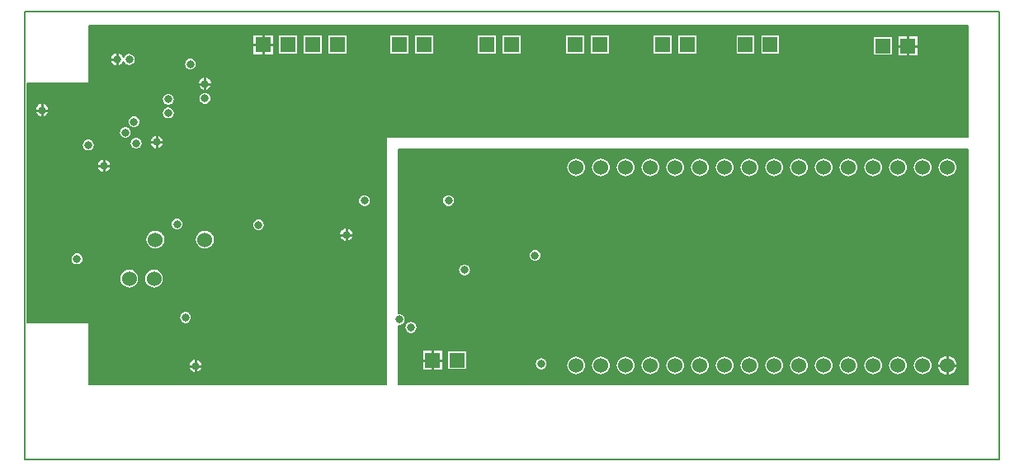
<source format=gbr>
%FSLAX23Y23*%
%MOIN*%
G04 EasyPC Gerber Version 12.0.1 Build 2704 *
%ADD101R,0.06000X0.06000*%
%ADD12C,0.00500*%
%ADD13C,0.01000*%
%ADD105C,0.03189*%
%ADD22C,0.03200*%
%ADD97C,0.06000*%
X0Y0D02*
D02*
D12*
X3Y3D02*
X3937D01*
Y1811*
X3*
Y3*
X262Y1756D02*
Y1522D01*
X12*
Y556*
X262*
Y306*
X1462*
Y1306*
X3812*
Y1756*
X262*
X43Y1413D02*
X44Y1422D01*
X48Y1430*
X55Y1437*
X63Y1441*
X71Y1442*
X80Y1441*
X88Y1437*
X94Y1430*
X99Y1422*
X100Y1413*
X99Y1405*
X94Y1397*
X88Y1390*
X80Y1386*
X71Y1385*
X63Y1386*
X55Y1390*
X48Y1397*
X44Y1405*
X43Y1413*
X187Y812D02*
X189Y820D01*
X193Y828*
X200Y834*
X209Y837*
X217*
X226Y834*
X232Y828*
X237Y820*
X238Y812*
X237Y803*
X232Y795*
X226Y790*
X217Y787*
X209*
X200Y790*
X193Y795*
X189Y803*
X187Y812*
X233Y1272D02*
X234Y1280D01*
X239Y1288*
X246Y1294*
X254Y1297*
X263*
X271Y1294*
X278Y1288*
X282Y1280*
X284Y1272*
X282Y1263*
X278Y1255*
X271Y1250*
X263Y1247*
X254*
X246Y1250*
X239Y1255*
X234Y1263*
X233Y1272*
X293Y1189D02*
X294Y1198D01*
X298Y1206*
X305Y1212*
X313Y1216*
X321Y1217*
X330Y1216*
X338Y1212*
X344Y1206*
X348Y1198*
X350Y1189*
X348Y1180*
X344Y1172*
X338Y1166*
X330Y1162*
X321Y1161*
X313Y1162*
X305Y1166*
X298Y1172*
X294Y1180*
X293Y1189*
X383Y1323D02*
X384Y1332D01*
X389Y1339*
X395Y1345*
X404Y1348*
X412*
X421Y1345*
X428Y1339*
X432Y1332*
X433Y1323*
X432Y1314*
X428Y1307*
X421Y1301*
X412Y1298*
X404*
X395Y1301*
X389Y1307*
X384Y1314*
X383Y1323*
X401Y1607D02*
X396Y1600D01*
X390Y1594*
X382Y1591*
X373Y1590*
X365Y1592*
X358Y1596*
X352Y1603*
X348Y1610*
X347Y1619*
X348Y1627*
X352Y1635*
X358Y1641*
X365Y1645*
X374Y1647*
X382Y1646*
X390Y1643*
X397Y1637*
X401Y1630*
X406Y1637*
X414Y1641*
X422Y1644*
X430Y1643*
X438Y1639*
X444Y1634*
X448Y1626*
X449Y1618*
X448Y1610*
X444Y1602*
X437Y1597*
X430Y1593*
X421Y1593*
X413Y1595*
X406Y1600*
X401Y1607*
X418Y1366D02*
X420Y1375D01*
X424Y1383*
X431Y1388*
X439Y1391*
X448*
X456Y1388*
X463Y1383*
X467Y1375*
X469Y1366*
X467Y1358*
X463Y1350*
X456Y1344*
X448Y1341*
X439*
X431Y1344*
X424Y1350*
X420Y1358*
X418Y1366*
X424Y772D02*
X434Y771D01*
X444Y767*
X452Y761*
X458Y753*
X462Y743*
X463Y733*
X462Y723*
X458Y713*
X452Y705*
X444Y699*
X434Y695*
X424Y693*
X414Y695*
X404Y699*
X396Y705*
X390Y713*
X386Y723*
X384Y733*
X386Y743*
X390Y753*
X396Y761*
X404Y767*
X414Y771*
X424Y772*
X426Y1280D02*
X427Y1288D01*
X432Y1296*
X439Y1302*
X447Y1305*
X456*
X464Y1302*
X471Y1296*
X475Y1288*
X477Y1280*
X475Y1271*
X471Y1263*
X464Y1258*
X456Y1255*
X447*
X439Y1258*
X432Y1263*
X427Y1271*
X426Y1280*
X506Y1284D02*
X507Y1292D01*
X511Y1300*
X517Y1307*
X525Y1311*
X534Y1312*
X543Y1311*
X551Y1307*
X557Y1300*
X561Y1292*
X562Y1284*
X561Y1275*
X557Y1267*
X551Y1261*
X543Y1256*
X534Y1255*
X525Y1256*
X517Y1261*
X511Y1267*
X507Y1275*
X506Y1284*
X524Y772D02*
X534Y771D01*
X544Y767*
X552Y761*
X558Y753*
X562Y743*
X563Y733*
X562Y723*
X558Y713*
X552Y705*
X544Y699*
X534Y695*
X524Y693*
X514Y695*
X504Y699*
X496Y705*
X490Y713*
X486Y723*
X484Y733*
X486Y743*
X490Y753*
X496Y761*
X504Y767*
X514Y771*
X524Y772*
X530Y851D02*
X519Y852D01*
X510Y856*
X502Y863*
X495Y871*
X492Y880*
X490Y890*
X492Y901*
X495Y910*
X502Y918*
X510Y925*
X519Y929*
X530Y930*
X540Y929*
X549Y925*
X558Y918*
X564Y910*
X568Y901*
X569Y890*
X568Y880*
X564Y871*
X558Y862*
X549Y856*
X540Y852*
X530Y851*
X556Y1402D02*
X557Y1410D01*
X562Y1418*
X569Y1424*
X577Y1427*
X586*
X594Y1424*
X601Y1418*
X605Y1410*
X607Y1402*
X605Y1393*
X601Y1385*
X594Y1380*
X586Y1377*
X577*
X569Y1380*
X562Y1385*
X557Y1393*
X556Y1402*
Y1457D02*
X557Y1465D01*
X562Y1473*
X569Y1479*
X577Y1482*
X586*
X594Y1479*
X601Y1473*
X605Y1465*
X607Y1457*
X605Y1448*
X601Y1440*
X594Y1435*
X586Y1432*
X577*
X569Y1435*
X562Y1440*
X557Y1448*
X556Y1457*
X591Y953D02*
X593Y962D01*
X597Y969*
X604Y975*
X612Y978*
X621*
X629Y975*
X636Y969*
X641Y962*
X642Y953*
X641Y944*
X636Y936*
X629Y931*
X621Y928*
X612*
X604Y931*
X597Y936*
X593Y944*
X591Y953*
X625Y575D02*
X627Y584D01*
X631Y592*
X638Y598*
X647Y601*
X655*
X664Y598*
X670Y592*
X675Y584*
X676Y575*
X675Y567*
X670Y559*
X664Y553*
X655Y550*
X647*
X638Y553*
X631Y559*
X627Y567*
X625Y575*
X645Y1599D02*
X647Y1608D01*
X651Y1615*
X658Y1621*
X666Y1624*
X675*
X683Y1621*
X690Y1615*
X695Y1608*
X696Y1599*
X695Y1590*
X690Y1583*
X683Y1577*
X675Y1574*
X666*
X658Y1577*
X651Y1583*
X647Y1590*
X645Y1599*
X663Y380D02*
X664Y389D01*
X668Y397*
X675Y403*
X683Y407*
X691Y408*
X700Y407*
X708Y403*
X715Y397*
X719Y389*
X720Y380*
X719Y371*
X715Y363*
X708Y357*
X700Y353*
X691Y351*
X683Y353*
X675Y357*
X668Y363*
X664Y371*
X663Y380*
X701Y1520D02*
X703Y1529D01*
X707Y1537*
X713Y1543*
X721Y1547*
X730Y1549*
X738Y1547*
X746Y1543*
X753Y1537*
X757Y1529*
X758Y1520*
X757Y1512*
X753Y1504*
X746Y1497*
X738Y1493*
X730Y1492*
X721Y1493*
X713Y1497*
X707Y1504*
X703Y1512*
X701Y1520*
X704Y1461D02*
X706Y1470D01*
X710Y1478*
X717Y1483*
X725Y1486*
X734*
X742Y1483*
X749Y1478*
X754Y1470*
X755Y1461*
X754Y1453*
X749Y1445*
X742Y1439*
X734Y1436*
X725*
X717Y1439*
X710Y1445*
X706Y1453*
X704Y1461*
X730Y851D02*
X719Y852D01*
X710Y856*
X702Y863*
X695Y871*
X692Y880*
X690Y890*
X692Y901*
X695Y910*
X702Y918*
X710Y925*
X719Y929*
X730Y930*
X740Y929*
X749Y925*
X758Y918*
X764Y910*
X768Y901*
X769Y890*
X768Y880*
X764Y871*
X758Y862*
X749Y856*
X740Y852*
X730Y851*
X921Y949D02*
X922Y958D01*
X927Y966*
X933Y972*
X942Y975*
X951*
X959Y972*
X966Y966*
X970Y958*
X972Y949*
X970Y941*
X966Y933*
X959Y927*
X951Y924*
X942*
X933Y927*
X927Y933*
X922Y941*
X921Y949*
X923Y1635D02*
Y1720D01*
X1008*
Y1635*
X923*
X1026Y1638D02*
Y1717D01*
X1105*
Y1638*
X1026*
X1126D02*
Y1717D01*
X1205*
Y1638*
X1126*
X1226D02*
Y1717D01*
X1305*
Y1638*
X1226*
X1272Y910D02*
X1273Y919D01*
X1278Y927*
X1284Y933*
X1292Y937*
X1301Y939*
X1309Y937*
X1317Y933*
X1324Y927*
X1328Y919*
X1329Y910*
X1328Y901*
X1324Y893*
X1317Y887*
X1309Y883*
X1301Y882*
X1292Y883*
X1284Y887*
X1278Y893*
X1273Y901*
X1272Y910*
X1349Y1048D02*
X1350Y1057D01*
X1355Y1064*
X1362Y1070*
X1370Y1073*
X1379*
X1387Y1070*
X1394Y1064*
X1398Y1057*
X1400Y1048*
X1398Y1039*
X1394Y1032*
X1387Y1026*
X1379Y1023*
X1370*
X1362Y1026*
X1355Y1032*
X1350Y1039*
X1349Y1048*
X1555Y1717D02*
Y1638D01*
X1476*
Y1717*
X1555*
X1655D02*
Y1638D01*
X1576*
Y1717*
X1655*
X1909D02*
Y1638D01*
X1830*
Y1717*
X1909*
X2009D02*
Y1638D01*
X1930*
Y1717*
X2009*
X2264D02*
Y1638D01*
X2185*
Y1717*
X2264*
X2364D02*
Y1638D01*
X2285*
Y1717*
X2364*
X2618D02*
Y1638D01*
X2539*
Y1717*
X2618*
X2718D02*
Y1638D01*
X2639*
Y1717*
X2718*
X2953D02*
Y1638D01*
X2874*
Y1717*
X2953*
X3053D02*
Y1638D01*
X2974*
Y1717*
X3053*
X3509Y1713D02*
Y1634D01*
X3430*
Y1713*
X3509*
X3612Y1716D02*
Y1631D01*
X3527*
Y1716*
X3612*
X262Y307D02*
X1462D01*
X262Y310D02*
X1462D01*
X262Y313D02*
X1462D01*
X262Y316D02*
X1462D01*
X262Y319D02*
X1462D01*
X262Y322D02*
X1462D01*
X262Y325D02*
X1462D01*
X262Y328D02*
X1462D01*
X262Y331D02*
X1462D01*
X262Y334D02*
X1462D01*
X262Y337D02*
X1462D01*
X262Y340D02*
X1462D01*
X262Y343D02*
X1462D01*
X262Y346D02*
X1462D01*
X262Y349D02*
X1462D01*
X262Y352D02*
X689D01*
X694D02*
X1462D01*
X262Y355D02*
X679D01*
X704D02*
X1462D01*
X262Y358D02*
X674D01*
X709D02*
X1462D01*
X262Y361D02*
X671D01*
X712D02*
X1462D01*
X262Y364D02*
X668D01*
X715D02*
X1462D01*
X262Y367D02*
X666D01*
X717D02*
X1462D01*
X262Y370D02*
X665D01*
X718D02*
X1462D01*
X262Y373D02*
X664D01*
X719D02*
X1462D01*
X262Y376D02*
X663D01*
X720D02*
X1462D01*
X262Y379D02*
X663D01*
X720D02*
X1462D01*
X262Y382D02*
X663D01*
X720D02*
X1462D01*
X262Y385D02*
X663D01*
X720D02*
X1462D01*
X262Y388D02*
X664D01*
X719D02*
X1462D01*
X262Y391D02*
X665D01*
X718D02*
X1462D01*
X262Y394D02*
X666D01*
X717D02*
X1462D01*
X262Y397D02*
X668D01*
X715D02*
X1462D01*
X262Y400D02*
X671D01*
X712D02*
X1462D01*
X262Y403D02*
X674D01*
X709D02*
X1462D01*
X262Y406D02*
X679D01*
X704D02*
X1462D01*
X262Y409D02*
X1462D01*
X262Y412D02*
X1462D01*
X262Y415D02*
X1462D01*
X262Y418D02*
X1462D01*
X262Y421D02*
X1462D01*
X262Y424D02*
X1462D01*
X262Y427D02*
X1462D01*
X262Y430D02*
X1462D01*
X262Y433D02*
X1462D01*
X262Y436D02*
X1462D01*
X262Y439D02*
X1462D01*
X262Y442D02*
X1462D01*
X262Y445D02*
X1462D01*
X262Y448D02*
X1462D01*
X262Y451D02*
X1462D01*
X262Y454D02*
X1462D01*
X262Y457D02*
X1462D01*
X262Y460D02*
X1462D01*
X262Y463D02*
X1462D01*
X262Y466D02*
X1462D01*
X262Y469D02*
X1462D01*
X262Y472D02*
X1462D01*
X262Y475D02*
X1462D01*
X262Y478D02*
X1462D01*
X262Y481D02*
X1462D01*
X262Y484D02*
X1462D01*
X262Y487D02*
X1462D01*
X262Y490D02*
X1462D01*
X262Y493D02*
X1462D01*
X262Y496D02*
X1462D01*
X262Y499D02*
X1462D01*
X262Y502D02*
X1462D01*
X262Y505D02*
X1462D01*
X262Y508D02*
X1462D01*
X262Y511D02*
X1462D01*
X262Y514D02*
X1462D01*
X262Y517D02*
X1462D01*
X262Y520D02*
X1462D01*
X262Y523D02*
X1462D01*
X262Y526D02*
X1462D01*
X262Y529D02*
X1462D01*
X262Y532D02*
X1462D01*
X262Y535D02*
X1462D01*
X262Y538D02*
X1462D01*
X262Y541D02*
X1462D01*
X262Y544D02*
X1462D01*
X262Y547D02*
X1462D01*
X262Y550D02*
X1462D01*
X262Y553D02*
X640D01*
X662D02*
X1462D01*
X12Y556D02*
X635D01*
X667D02*
X1462D01*
X12Y559D02*
X632D01*
X670D02*
X1462D01*
X12Y562D02*
X630D01*
X672D02*
X1462D01*
X12Y565D02*
X628D01*
X674D02*
X1462D01*
X12Y568D02*
X627D01*
X675D02*
X1462D01*
X12Y571D02*
X626D01*
X676D02*
X1462D01*
X12Y574D02*
X626D01*
X676D02*
X1462D01*
X12Y577D02*
X626D01*
X676D02*
X1462D01*
X12Y580D02*
X626D01*
X676D02*
X1462D01*
X12Y583D02*
X626D01*
X675D02*
X1462D01*
X12Y586D02*
X628D01*
X674D02*
X1462D01*
X12Y589D02*
X629D01*
X673D02*
X1462D01*
X12Y592D02*
X631D01*
X671D02*
X1462D01*
X12Y595D02*
X634D01*
X668D02*
X1462D01*
X12Y598D02*
X638D01*
X664D02*
X1462D01*
X12Y601D02*
X647D01*
X655D02*
X1462D01*
X12Y604D02*
X1462D01*
X12Y607D02*
X1462D01*
X12Y610D02*
X1462D01*
X12Y613D02*
X1462D01*
X12Y616D02*
X1462D01*
X12Y619D02*
X1462D01*
X12Y622D02*
X1462D01*
X12Y625D02*
X1462D01*
X12Y628D02*
X1462D01*
X12Y631D02*
X1462D01*
X12Y634D02*
X1462D01*
X12Y637D02*
X1462D01*
X12Y640D02*
X1462D01*
X12Y643D02*
X1462D01*
X12Y646D02*
X1462D01*
X12Y649D02*
X1462D01*
X12Y652D02*
X1462D01*
X12Y655D02*
X1462D01*
X12Y658D02*
X1462D01*
X12Y661D02*
X1462D01*
X12Y664D02*
X1462D01*
X12Y667D02*
X1462D01*
X12Y670D02*
X1462D01*
X12Y673D02*
X1462D01*
X12Y676D02*
X1462D01*
X12Y679D02*
X1462D01*
X12Y682D02*
X1462D01*
X12Y685D02*
X1462D01*
X12Y688D02*
X1462D01*
X12Y691D02*
X1462D01*
X12Y694D02*
X420D01*
X427D02*
X520D01*
X527D02*
X1462D01*
X12Y697D02*
X408D01*
X439D02*
X508D01*
X539D02*
X1462D01*
X12Y700D02*
X403D01*
X445D02*
X503D01*
X545D02*
X1462D01*
X12Y703D02*
X398D01*
X449D02*
X498D01*
X549D02*
X1462D01*
X12Y706D02*
X395D01*
X452D02*
X495D01*
X552D02*
X1462D01*
X12Y709D02*
X393D01*
X455D02*
X493D01*
X555D02*
X1462D01*
X12Y712D02*
X391D01*
X457D02*
X491D01*
X557D02*
X1462D01*
X12Y715D02*
X389D01*
X459D02*
X489D01*
X559D02*
X1462D01*
X12Y718D02*
X387D01*
X460D02*
X487D01*
X560D02*
X1462D01*
X12Y721D02*
X386D01*
X461D02*
X486D01*
X561D02*
X1462D01*
X12Y724D02*
X385D01*
X462D02*
X485D01*
X562D02*
X1462D01*
X12Y727D02*
X385D01*
X463D02*
X485D01*
X563D02*
X1462D01*
X12Y730D02*
X384D01*
X463D02*
X484D01*
X563D02*
X1462D01*
X12Y733D02*
X384D01*
X463D02*
X484D01*
X563D02*
X1462D01*
X12Y736D02*
X384D01*
X463D02*
X484D01*
X563D02*
X1462D01*
X12Y739D02*
X385D01*
X463D02*
X485D01*
X563D02*
X1462D01*
X12Y742D02*
X385D01*
X462D02*
X485D01*
X562D02*
X1462D01*
X12Y745D02*
X386D01*
X462D02*
X486D01*
X562D02*
X1462D01*
X12Y748D02*
X387D01*
X460D02*
X487D01*
X560D02*
X1462D01*
X12Y751D02*
X388D01*
X459D02*
X488D01*
X559D02*
X1462D01*
X12Y754D02*
X390D01*
X457D02*
X490D01*
X557D02*
X1462D01*
X12Y757D02*
X392D01*
X455D02*
X492D01*
X555D02*
X1462D01*
X12Y760D02*
X395D01*
X453D02*
X495D01*
X553D02*
X1462D01*
X12Y763D02*
X398D01*
X450D02*
X498D01*
X550D02*
X1462D01*
X12Y766D02*
X402D01*
X446D02*
X502D01*
X546D02*
X1462D01*
X12Y769D02*
X407D01*
X441D02*
X507D01*
X541D02*
X1462D01*
X12Y772D02*
X416D01*
X432D02*
X516D01*
X532D02*
X1462D01*
X12Y775D02*
X1462D01*
X12Y778D02*
X1462D01*
X12Y781D02*
X1462D01*
X12Y784D02*
X1462D01*
X12Y787D02*
X209D01*
X217D02*
X1462D01*
X12Y790D02*
X200D01*
X226D02*
X1462D01*
X12Y793D02*
X196D01*
X230D02*
X1462D01*
X12Y796D02*
X193D01*
X233D02*
X1462D01*
X12Y799D02*
X191D01*
X235D02*
X1462D01*
X12Y802D02*
X190D01*
X236D02*
X1462D01*
X12Y805D02*
X189D01*
X237D02*
X1462D01*
X12Y808D02*
X188D01*
X238D02*
X1462D01*
X12Y811D02*
X188D01*
X238D02*
X1462D01*
X12Y814D02*
X188D01*
X238D02*
X1462D01*
X12Y817D02*
X188D01*
X238D02*
X1462D01*
X12Y820D02*
X189D01*
X237D02*
X1462D01*
X12Y823D02*
X190D01*
X236D02*
X1462D01*
X12Y826D02*
X192D01*
X234D02*
X1462D01*
X12Y829D02*
X194D01*
X232D02*
X1462D01*
X12Y832D02*
X197D01*
X229D02*
X1462D01*
X12Y835D02*
X202D01*
X224D02*
X1462D01*
X12Y838D02*
X1462D01*
X12Y841D02*
X1462D01*
X12Y844D02*
X1462D01*
X12Y847D02*
X1462D01*
X12Y850D02*
X1462D01*
X12Y853D02*
X518D01*
X541D02*
X718D01*
X741D02*
X1462D01*
X12Y856D02*
X511D01*
X548D02*
X711D01*
X748D02*
X1462D01*
X12Y859D02*
X506D01*
X553D02*
X706D01*
X753D02*
X1462D01*
X12Y862D02*
X503D01*
X557D02*
X703D01*
X757D02*
X1462D01*
X12Y865D02*
X500D01*
X560D02*
X700D01*
X760D02*
X1462D01*
X12Y868D02*
X497D01*
X562D02*
X697D01*
X762D02*
X1462D01*
X12Y871D02*
X496D01*
X564D02*
X696D01*
X764D02*
X1462D01*
X12Y874D02*
X494D01*
X565D02*
X694D01*
X765D02*
X1462D01*
X12Y877D02*
X493D01*
X567D02*
X693D01*
X767D02*
X1462D01*
X12Y880D02*
X492D01*
X568D02*
X692D01*
X768D02*
X1462D01*
X12Y883D02*
X491D01*
X568D02*
X691D01*
X768D02*
X1293D01*
X1308D02*
X1462D01*
X12Y886D02*
X490D01*
X569D02*
X690D01*
X769D02*
X1286D01*
X1315D02*
X1462D01*
X12Y889D02*
X490D01*
X569D02*
X690D01*
X769D02*
X1282D01*
X1319D02*
X1462D01*
X12Y892D02*
X490D01*
X569D02*
X690D01*
X769D02*
X1279D01*
X1322D02*
X1462D01*
X12Y895D02*
X490D01*
X569D02*
X690D01*
X769D02*
X1277D01*
X1324D02*
X1462D01*
X12Y898D02*
X491D01*
X569D02*
X691D01*
X769D02*
X1275D01*
X1326D02*
X1462D01*
X12Y901D02*
X491D01*
X568D02*
X691D01*
X768D02*
X1274D01*
X1327D02*
X1462D01*
X12Y904D02*
X492D01*
X567D02*
X692D01*
X767D02*
X1273D01*
X1328D02*
X1462D01*
X12Y907D02*
X494D01*
X566D02*
X694D01*
X766D02*
X1272D01*
X1329D02*
X1462D01*
X12Y910D02*
X495D01*
X564D02*
X695D01*
X764D02*
X1272D01*
X1329D02*
X1462D01*
X12Y913D02*
X497D01*
X562D02*
X697D01*
X762D02*
X1272D01*
X1329D02*
X1462D01*
X12Y916D02*
X499D01*
X560D02*
X699D01*
X760D02*
X1273D01*
X1328D02*
X1462D01*
X12Y919D02*
X502D01*
X557D02*
X702D01*
X757D02*
X1273D01*
X1328D02*
X1462D01*
X12Y922D02*
X505D01*
X554D02*
X705D01*
X754D02*
X1275D01*
X1327D02*
X1462D01*
X12Y925D02*
X510D01*
X550D02*
X710D01*
X750D02*
X941D01*
X951D02*
X1276D01*
X1325D02*
X1462D01*
X12Y928D02*
X516D01*
X543D02*
X613D01*
X620D02*
X716D01*
X743D02*
X933D01*
X959D02*
X1278D01*
X1323D02*
X1462D01*
X12Y931D02*
X604D01*
X629D02*
X929D01*
X963D02*
X1281D01*
X1320D02*
X1462D01*
X12Y934D02*
X600D01*
X633D02*
X926D01*
X966D02*
X1284D01*
X1317D02*
X1462D01*
X12Y937D02*
X597D01*
X636D02*
X924D01*
X968D02*
X1290D01*
X1311D02*
X1462D01*
X12Y940D02*
X595D01*
X638D02*
X923D01*
X970D02*
X1462D01*
X12Y943D02*
X593D01*
X640D02*
X922D01*
X971D02*
X1462D01*
X12Y946D02*
X592D01*
X641D02*
X921D01*
X971D02*
X1462D01*
X12Y949D02*
X592D01*
X642D02*
X921D01*
X972D02*
X1462D01*
X12Y952D02*
X591D01*
X642D02*
X921D01*
X972D02*
X1462D01*
X12Y955D02*
X591D01*
X642D02*
X921D01*
X971D02*
X1462D01*
X12Y958D02*
X592D01*
X642D02*
X922D01*
X970D02*
X1462D01*
X12Y961D02*
X592D01*
X641D02*
X923D01*
X969D02*
X1462D01*
X12Y964D02*
X594D01*
X640D02*
X925D01*
X967D02*
X1462D01*
X12Y967D02*
X595D01*
X638D02*
X927D01*
X965D02*
X1462D01*
X12Y970D02*
X598D01*
X636D02*
X931D01*
X962D02*
X1462D01*
X12Y973D02*
X601D01*
X633D02*
X936D01*
X957D02*
X1462D01*
X12Y976D02*
X605D01*
X628D02*
X1462D01*
X12Y979D02*
X1462D01*
X12Y982D02*
X1462D01*
X12Y985D02*
X1462D01*
X12Y988D02*
X1462D01*
X12Y991D02*
X1462D01*
X12Y994D02*
X1462D01*
X12Y997D02*
X1462D01*
X12Y1000D02*
X1462D01*
X12Y1003D02*
X1462D01*
X12Y1006D02*
X1462D01*
X12Y1009D02*
X1462D01*
X12Y1012D02*
X1462D01*
X12Y1015D02*
X1462D01*
X12Y1018D02*
X1462D01*
X12Y1021D02*
X1462D01*
X12Y1024D02*
X1367D01*
X1382D02*
X1462D01*
X12Y1027D02*
X1360D01*
X1388D02*
X1462D01*
X12Y1030D02*
X1357D01*
X1392D02*
X1462D01*
X12Y1033D02*
X1354D01*
X1395D02*
X1462D01*
X12Y1036D02*
X1352D01*
X1397D02*
X1462D01*
X12Y1039D02*
X1351D01*
X1398D02*
X1462D01*
X12Y1042D02*
X1350D01*
X1399D02*
X1462D01*
X12Y1045D02*
X1349D01*
X1400D02*
X1462D01*
X12Y1048D02*
X1349D01*
X1400D02*
X1462D01*
X12Y1051D02*
X1349D01*
X1400D02*
X1462D01*
X12Y1054D02*
X1350D01*
X1399D02*
X1462D01*
X12Y1057D02*
X1350D01*
X1398D02*
X1462D01*
X12Y1060D02*
X1352D01*
X1397D02*
X1462D01*
X12Y1063D02*
X1354D01*
X1395D02*
X1462D01*
X12Y1066D02*
X1356D01*
X1393D02*
X1462D01*
X12Y1069D02*
X1360D01*
X1389D02*
X1462D01*
X12Y1072D02*
X1365D01*
X1384D02*
X1462D01*
X12Y1075D02*
X1462D01*
X12Y1078D02*
X1462D01*
X12Y1081D02*
X1462D01*
X12Y1084D02*
X1462D01*
X12Y1087D02*
X1462D01*
X12Y1090D02*
X1462D01*
X12Y1093D02*
X1462D01*
X12Y1096D02*
X1462D01*
X12Y1099D02*
X1462D01*
X12Y1102D02*
X1462D01*
X12Y1105D02*
X1462D01*
X12Y1108D02*
X1462D01*
X12Y1111D02*
X1462D01*
X12Y1114D02*
X1462D01*
X12Y1117D02*
X1462D01*
X12Y1120D02*
X1462D01*
X12Y1123D02*
X1462D01*
X12Y1126D02*
X1462D01*
X12Y1129D02*
X1462D01*
X12Y1132D02*
X1462D01*
X12Y1135D02*
X1462D01*
X12Y1138D02*
X1462D01*
X12Y1141D02*
X1462D01*
X12Y1144D02*
X1462D01*
X12Y1147D02*
X1462D01*
X12Y1150D02*
X1462D01*
X12Y1153D02*
X1462D01*
X12Y1156D02*
X1462D01*
X12Y1159D02*
X1462D01*
X12Y1162D02*
X314D01*
X329D02*
X1462D01*
X12Y1165D02*
X307D01*
X336D02*
X1462D01*
X12Y1168D02*
X303D01*
X340D02*
X1462D01*
X12Y1171D02*
X300D01*
X343D02*
X1462D01*
X12Y1174D02*
X298D01*
X345D02*
X1462D01*
X12Y1177D02*
X296D01*
X347D02*
X1462D01*
X12Y1180D02*
X295D01*
X348D02*
X1462D01*
X12Y1183D02*
X294D01*
X349D02*
X1462D01*
X12Y1186D02*
X293D01*
X350D02*
X1462D01*
X12Y1189D02*
X293D01*
X350D02*
X1462D01*
X12Y1192D02*
X293D01*
X350D02*
X1462D01*
X12Y1195D02*
X293D01*
X349D02*
X1462D01*
X12Y1198D02*
X294D01*
X349D02*
X1462D01*
X12Y1201D02*
X295D01*
X347D02*
X1462D01*
X12Y1204D02*
X297D01*
X346D02*
X1462D01*
X12Y1207D02*
X299D01*
X344D02*
X1462D01*
X12Y1210D02*
X302D01*
X341D02*
X1462D01*
X12Y1213D02*
X305D01*
X337D02*
X1462D01*
X12Y1216D02*
X311D01*
X332D02*
X1462D01*
X12Y1219D02*
X1462D01*
X12Y1222D02*
X1462D01*
X12Y1225D02*
X1462D01*
X12Y1228D02*
X1462D01*
X12Y1231D02*
X1462D01*
X12Y1234D02*
X1462D01*
X12Y1237D02*
X1462D01*
X12Y1240D02*
X1462D01*
X12Y1243D02*
X1462D01*
X12Y1246D02*
X1462D01*
X12Y1249D02*
X248D01*
X269D02*
X1462D01*
X12Y1252D02*
X243D01*
X274D02*
X1462D01*
X12Y1255D02*
X240D01*
X277D02*
X447D01*
X456D02*
X1462D01*
X12Y1258D02*
X237D01*
X280D02*
X439D01*
X464D02*
X522D01*
X546D02*
X1462D01*
X12Y1261D02*
X236D01*
X281D02*
X434D01*
X468D02*
X517D01*
X551D02*
X1462D01*
X12Y1264D02*
X234D01*
X283D02*
X432D01*
X471D02*
X514D01*
X554D02*
X1462D01*
X12Y1267D02*
X233D01*
X283D02*
X429D01*
X473D02*
X511D01*
X557D02*
X1462D01*
X12Y1270D02*
X233D01*
X284D02*
X428D01*
X475D02*
X509D01*
X559D02*
X1462D01*
X12Y1273D02*
X233D01*
X284D02*
X427D01*
X476D02*
X508D01*
X560D02*
X1462D01*
X12Y1276D02*
X233D01*
X284D02*
X426D01*
X476D02*
X507D01*
X561D02*
X1462D01*
X12Y1279D02*
X234D01*
X283D02*
X426D01*
X477D02*
X506D01*
X562D02*
X1462D01*
X12Y1282D02*
X235D01*
X282D02*
X426D01*
X477D02*
X506D01*
X562D02*
X1462D01*
X12Y1285D02*
X236D01*
X280D02*
X426D01*
X476D02*
X506D01*
X562D02*
X1462D01*
X12Y1288D02*
X239D01*
X278D02*
X427D01*
X475D02*
X506D01*
X562D02*
X1462D01*
X12Y1291D02*
X241D01*
X275D02*
X428D01*
X474D02*
X506D01*
X562D02*
X1462D01*
X12Y1294D02*
X245D01*
X271D02*
X430D01*
X473D02*
X507D01*
X561D02*
X1462D01*
X12Y1297D02*
X253D01*
X264D02*
X432D01*
X470D02*
X509D01*
X559D02*
X1462D01*
X12Y1300D02*
X398D01*
X418D02*
X436D01*
X467D02*
X511D01*
X557D02*
X1462D01*
X12Y1303D02*
X393D01*
X423D02*
X440D01*
X462D02*
X513D01*
X555D02*
X1462D01*
X12Y1306D02*
X389D01*
X427D02*
X516D01*
X552D02*
X3812D01*
X12Y1309D02*
X387D01*
X429D02*
X521D01*
X547D02*
X3812D01*
X12Y1312D02*
X385D01*
X431D02*
X529D01*
X539D02*
X3812D01*
X12Y1315D02*
X384D01*
X432D02*
X3812D01*
X12Y1318D02*
X383D01*
X433D02*
X3812D01*
X12Y1321D02*
X383D01*
X433D02*
X3812D01*
X12Y1324D02*
X383D01*
X433D02*
X3812D01*
X12Y1327D02*
X383D01*
X433D02*
X3812D01*
X12Y1330D02*
X383D01*
X433D02*
X3812D01*
X12Y1333D02*
X384D01*
X432D02*
X3812D01*
X12Y1336D02*
X386D01*
X430D02*
X3812D01*
X12Y1339D02*
X388D01*
X428D02*
X3812D01*
X12Y1342D02*
X391D01*
X425D02*
X437D01*
X450D02*
X3812D01*
X12Y1345D02*
X395D01*
X421D02*
X430D01*
X457D02*
X3812D01*
X12Y1348D02*
X402D01*
X414D02*
X426D01*
X461D02*
X3812D01*
X12Y1351D02*
X423D01*
X464D02*
X3812D01*
X12Y1354D02*
X421D01*
X466D02*
X3812D01*
X12Y1357D02*
X420D01*
X467D02*
X3812D01*
X12Y1360D02*
X419D01*
X468D02*
X3812D01*
X12Y1363D02*
X418D01*
X469D02*
X3812D01*
X12Y1366D02*
X418D01*
X469D02*
X3812D01*
X12Y1369D02*
X418D01*
X469D02*
X3812D01*
X12Y1372D02*
X419D01*
X468D02*
X3812D01*
X12Y1375D02*
X419D01*
X467D02*
X3812D01*
X12Y1378D02*
X421D01*
X466D02*
X573D01*
X590D02*
X3812D01*
X12Y1381D02*
X422D01*
X464D02*
X567D01*
X596D02*
X3812D01*
X12Y1384D02*
X425D01*
X462D02*
X563D01*
X599D02*
X3812D01*
X12Y1387D02*
X62D01*
X81D02*
X428D01*
X459D02*
X561D01*
X602D02*
X3812D01*
X12Y1390D02*
X56D01*
X87D02*
X433D01*
X454D02*
X559D01*
X604D02*
X3812D01*
X12Y1393D02*
X52D01*
X91D02*
X557D01*
X605D02*
X3812D01*
X12Y1396D02*
X49D01*
X94D02*
X557D01*
X606D02*
X3812D01*
X12Y1399D02*
X47D01*
X96D02*
X556D01*
X607D02*
X3812D01*
X12Y1402D02*
X45D01*
X97D02*
X556D01*
X607D02*
X3812D01*
X12Y1405D02*
X44D01*
X98D02*
X556D01*
X607D02*
X3812D01*
X12Y1408D02*
X44D01*
X99D02*
X556D01*
X606D02*
X3812D01*
X12Y1411D02*
X43D01*
X100D02*
X557D01*
X605D02*
X3812D01*
X12Y1414D02*
X43D01*
X100D02*
X559D01*
X604D02*
X3812D01*
X12Y1417D02*
X43D01*
X100D02*
X561D01*
X602D02*
X3812D01*
X12Y1420D02*
X44D01*
X99D02*
X563D01*
X599D02*
X3812D01*
X12Y1423D02*
X44D01*
X98D02*
X567D01*
X596D02*
X3812D01*
X12Y1426D02*
X46D01*
X97D02*
X573D01*
X590D02*
X3812D01*
X12Y1429D02*
X47D01*
X96D02*
X3812D01*
X12Y1432D02*
X49D01*
X93D02*
X578D01*
X585D02*
X3812D01*
X12Y1435D02*
X52D01*
X91D02*
X569D01*
X594D02*
X3812D01*
X12Y1438D02*
X56D01*
X87D02*
X565D01*
X598D02*
X720D01*
X739D02*
X3812D01*
X12Y1441D02*
X63D01*
X80D02*
X562D01*
X601D02*
X715D01*
X744D02*
X3812D01*
X12Y1444D02*
X559D01*
X603D02*
X711D01*
X748D02*
X3812D01*
X12Y1447D02*
X558D01*
X605D02*
X709D01*
X750D02*
X3812D01*
X12Y1450D02*
X557D01*
X606D02*
X707D01*
X752D02*
X3812D01*
X12Y1453D02*
X556D01*
X606D02*
X706D01*
X754D02*
X3812D01*
X12Y1456D02*
X556D01*
X607D02*
X705D01*
X754D02*
X3812D01*
X12Y1459D02*
X556D01*
X607D02*
X704D01*
X755D02*
X3812D01*
X12Y1462D02*
X556D01*
X606D02*
X704D01*
X755D02*
X3812D01*
X12Y1465D02*
X557D01*
X605D02*
X704D01*
X755D02*
X3812D01*
X12Y1468D02*
X558D01*
X604D02*
X705D01*
X754D02*
X3812D01*
X12Y1471D02*
X560D01*
X603D02*
X706D01*
X753D02*
X3812D01*
X12Y1474D02*
X562D01*
X600D02*
X707D01*
X752D02*
X3812D01*
X12Y1477D02*
X565D01*
X597D02*
X709D01*
X750D02*
X3812D01*
X12Y1480D02*
X570D01*
X593D02*
X712D01*
X747D02*
X3812D01*
X12Y1483D02*
X716D01*
X744D02*
X3812D01*
X12Y1486D02*
X722D01*
X737D02*
X3812D01*
X12Y1489D02*
X3812D01*
X12Y1492D02*
X3812D01*
X12Y1495D02*
X718D01*
X742D02*
X3812D01*
X12Y1498D02*
X713D01*
X747D02*
X3812D01*
X12Y1501D02*
X709D01*
X750D02*
X3812D01*
X12Y1504D02*
X707D01*
X753D02*
X3812D01*
X12Y1507D02*
X705D01*
X755D02*
X3812D01*
X12Y1510D02*
X703D01*
X756D02*
X3812D01*
X12Y1513D02*
X702D01*
X757D02*
X3812D01*
X12Y1516D02*
X702D01*
X758D02*
X3812D01*
X12Y1519D02*
X701D01*
X758D02*
X3812D01*
X12Y1522D02*
X701D01*
X758D02*
X3812D01*
X262Y1525D02*
X702D01*
X758D02*
X3812D01*
X262Y1528D02*
X702D01*
X757D02*
X3812D01*
X262Y1531D02*
X703D01*
X756D02*
X3812D01*
X262Y1534D02*
X704D01*
X755D02*
X3812D01*
X262Y1537D02*
X706D01*
X753D02*
X3812D01*
X262Y1540D02*
X709D01*
X751D02*
X3812D01*
X262Y1543D02*
X712D01*
X747D02*
X3812D01*
X262Y1546D02*
X717D01*
X743D02*
X3812D01*
X262Y1549D02*
X726D01*
X733D02*
X3812D01*
X262Y1552D02*
X3812D01*
X262Y1555D02*
X3812D01*
X262Y1558D02*
X3812D01*
X262Y1561D02*
X3812D01*
X262Y1564D02*
X3812D01*
X262Y1567D02*
X3812D01*
X262Y1570D02*
X3812D01*
X262Y1573D02*
X3812D01*
X262Y1576D02*
X661D01*
X680D02*
X3812D01*
X262Y1579D02*
X656D01*
X686D02*
X3812D01*
X262Y1582D02*
X652D01*
X689D02*
X3812D01*
X262Y1585D02*
X650D01*
X692D02*
X3812D01*
X262Y1588D02*
X648D01*
X693D02*
X3812D01*
X262Y1591D02*
X372D01*
X379D02*
X647D01*
X695D02*
X3812D01*
X262Y1594D02*
X362D01*
X389D02*
X417D01*
X430D02*
X646D01*
X695D02*
X3812D01*
X262Y1597D02*
X358D01*
X393D02*
X410D01*
X437D02*
X645D01*
X696D02*
X3812D01*
X262Y1600D02*
X354D01*
X396D02*
X406D01*
X441D02*
X645D01*
X696D02*
X3812D01*
X262Y1603D02*
X352D01*
X399D02*
X404D01*
X444D02*
X645D01*
X696D02*
X3812D01*
X262Y1606D02*
X350D01*
X401D02*
X402D01*
X446D02*
X646D01*
X695D02*
X3812D01*
X262Y1609D02*
X349D01*
X447D02*
X647D01*
X694D02*
X3812D01*
X262Y1612D02*
X348D01*
X448D02*
X648D01*
X693D02*
X3812D01*
X262Y1615D02*
X347D01*
X449D02*
X650D01*
X691D02*
X3812D01*
X262Y1618D02*
X347D01*
X449D02*
X653D01*
X688D02*
X3812D01*
X262Y1621D02*
X347D01*
X449D02*
X657D01*
X684D02*
X3812D01*
X262Y1624D02*
X347D01*
X449D02*
X664D01*
X677D02*
X3812D01*
X262Y1627D02*
X348D01*
X448D02*
X3812D01*
X262Y1630D02*
X349D01*
X447D02*
X3812D01*
X262Y1633D02*
X350D01*
X400D02*
X403D01*
X445D02*
X3527D01*
X3612D02*
X3812D01*
X262Y1636D02*
X352D01*
X398D02*
X405D01*
X442D02*
X923D01*
X1008D02*
X3430D01*
X3509D02*
X3527D01*
X3612D02*
X3812D01*
X262Y1639D02*
X355D01*
X396D02*
X409D01*
X439D02*
X923D01*
X1008D02*
X1026D01*
X1105D02*
X1126D01*
X1205D02*
X1226D01*
X1305D02*
X1476D01*
X1555D02*
X1576D01*
X1655D02*
X1830D01*
X1909D02*
X1930D01*
X2009D02*
X2185D01*
X2264D02*
X2285D01*
X2364D02*
X2539D01*
X2618D02*
X2639D01*
X2718D02*
X2874D01*
X2953D02*
X2974D01*
X3053D02*
X3430D01*
X3509D02*
X3527D01*
X3612D02*
X3812D01*
X262Y1642D02*
X358D01*
X392D02*
X414D01*
X434D02*
X923D01*
X1008D02*
X1026D01*
X1105D02*
X1126D01*
X1205D02*
X1226D01*
X1305D02*
X1476D01*
X1555D02*
X1576D01*
X1655D02*
X1830D01*
X1909D02*
X1930D01*
X2009D02*
X2185D01*
X2264D02*
X2285D01*
X2364D02*
X2539D01*
X2618D02*
X2639D01*
X2718D02*
X2874D01*
X2953D02*
X2974D01*
X3053D02*
X3430D01*
X3509D02*
X3527D01*
X3612D02*
X3812D01*
X262Y1645D02*
X363D01*
X387D02*
X923D01*
X1008D02*
X1026D01*
X1105D02*
X1126D01*
X1205D02*
X1226D01*
X1305D02*
X1476D01*
X1555D02*
X1576D01*
X1655D02*
X1830D01*
X1909D02*
X1930D01*
X2009D02*
X2185D01*
X2264D02*
X2285D01*
X2364D02*
X2539D01*
X2618D02*
X2639D01*
X2718D02*
X2874D01*
X2953D02*
X2974D01*
X3053D02*
X3430D01*
X3509D02*
X3527D01*
X3612D02*
X3812D01*
X262Y1648D02*
X923D01*
X1008D02*
X1026D01*
X1105D02*
X1126D01*
X1205D02*
X1226D01*
X1305D02*
X1476D01*
X1555D02*
X1576D01*
X1655D02*
X1830D01*
X1909D02*
X1930D01*
X2009D02*
X2185D01*
X2264D02*
X2285D01*
X2364D02*
X2539D01*
X2618D02*
X2639D01*
X2718D02*
X2874D01*
X2953D02*
X2974D01*
X3053D02*
X3430D01*
X3509D02*
X3527D01*
X3612D02*
X3812D01*
X262Y1651D02*
X923D01*
X1008D02*
X1026D01*
X1105D02*
X1126D01*
X1205D02*
X1226D01*
X1305D02*
X1476D01*
X1555D02*
X1576D01*
X1655D02*
X1830D01*
X1909D02*
X1930D01*
X2009D02*
X2185D01*
X2264D02*
X2285D01*
X2364D02*
X2539D01*
X2618D02*
X2639D01*
X2718D02*
X2874D01*
X2953D02*
X2974D01*
X3053D02*
X3430D01*
X3509D02*
X3527D01*
X3612D02*
X3812D01*
X262Y1654D02*
X923D01*
X1008D02*
X1026D01*
X1105D02*
X1126D01*
X1205D02*
X1226D01*
X1305D02*
X1476D01*
X1555D02*
X1576D01*
X1655D02*
X1830D01*
X1909D02*
X1930D01*
X2009D02*
X2185D01*
X2264D02*
X2285D01*
X2364D02*
X2539D01*
X2618D02*
X2639D01*
X2718D02*
X2874D01*
X2953D02*
X2974D01*
X3053D02*
X3430D01*
X3509D02*
X3527D01*
X3612D02*
X3812D01*
X262Y1657D02*
X923D01*
X1008D02*
X1026D01*
X1105D02*
X1126D01*
X1205D02*
X1226D01*
X1305D02*
X1476D01*
X1555D02*
X1576D01*
X1655D02*
X1830D01*
X1909D02*
X1930D01*
X2009D02*
X2185D01*
X2264D02*
X2285D01*
X2364D02*
X2539D01*
X2618D02*
X2639D01*
X2718D02*
X2874D01*
X2953D02*
X2974D01*
X3053D02*
X3430D01*
X3509D02*
X3527D01*
X3612D02*
X3812D01*
X262Y1660D02*
X923D01*
X1008D02*
X1026D01*
X1105D02*
X1126D01*
X1205D02*
X1226D01*
X1305D02*
X1476D01*
X1555D02*
X1576D01*
X1655D02*
X1830D01*
X1909D02*
X1930D01*
X2009D02*
X2185D01*
X2264D02*
X2285D01*
X2364D02*
X2539D01*
X2618D02*
X2639D01*
X2718D02*
X2874D01*
X2953D02*
X2974D01*
X3053D02*
X3430D01*
X3509D02*
X3527D01*
X3612D02*
X3812D01*
X262Y1663D02*
X923D01*
X1008D02*
X1026D01*
X1105D02*
X1126D01*
X1205D02*
X1226D01*
X1305D02*
X1476D01*
X1555D02*
X1576D01*
X1655D02*
X1830D01*
X1909D02*
X1930D01*
X2009D02*
X2185D01*
X2264D02*
X2285D01*
X2364D02*
X2539D01*
X2618D02*
X2639D01*
X2718D02*
X2874D01*
X2953D02*
X2974D01*
X3053D02*
X3430D01*
X3509D02*
X3527D01*
X3612D02*
X3812D01*
X262Y1666D02*
X923D01*
X1008D02*
X1026D01*
X1105D02*
X1126D01*
X1205D02*
X1226D01*
X1305D02*
X1476D01*
X1555D02*
X1576D01*
X1655D02*
X1830D01*
X1909D02*
X1930D01*
X2009D02*
X2185D01*
X2264D02*
X2285D01*
X2364D02*
X2539D01*
X2618D02*
X2639D01*
X2718D02*
X2874D01*
X2953D02*
X2974D01*
X3053D02*
X3430D01*
X3509D02*
X3527D01*
X3612D02*
X3812D01*
X262Y1669D02*
X923D01*
X1008D02*
X1026D01*
X1105D02*
X1126D01*
X1205D02*
X1226D01*
X1305D02*
X1476D01*
X1555D02*
X1576D01*
X1655D02*
X1830D01*
X1909D02*
X1930D01*
X2009D02*
X2185D01*
X2264D02*
X2285D01*
X2364D02*
X2539D01*
X2618D02*
X2639D01*
X2718D02*
X2874D01*
X2953D02*
X2974D01*
X3053D02*
X3430D01*
X3509D02*
X3527D01*
X3612D02*
X3812D01*
X262Y1672D02*
X923D01*
X1008D02*
X1026D01*
X1105D02*
X1126D01*
X1205D02*
X1226D01*
X1305D02*
X1476D01*
X1555D02*
X1576D01*
X1655D02*
X1830D01*
X1909D02*
X1930D01*
X2009D02*
X2185D01*
X2264D02*
X2285D01*
X2364D02*
X2539D01*
X2618D02*
X2639D01*
X2718D02*
X2874D01*
X2953D02*
X2974D01*
X3053D02*
X3430D01*
X3509D02*
X3527D01*
X3612D02*
X3812D01*
X262Y1675D02*
X923D01*
X1008D02*
X1026D01*
X1105D02*
X1126D01*
X1205D02*
X1226D01*
X1305D02*
X1476D01*
X1555D02*
X1576D01*
X1655D02*
X1830D01*
X1909D02*
X1930D01*
X2009D02*
X2185D01*
X2264D02*
X2285D01*
X2364D02*
X2539D01*
X2618D02*
X2639D01*
X2718D02*
X2874D01*
X2953D02*
X2974D01*
X3053D02*
X3430D01*
X3509D02*
X3527D01*
X3612D02*
X3812D01*
X262Y1678D02*
X923D01*
X1008D02*
X1026D01*
X1105D02*
X1126D01*
X1205D02*
X1226D01*
X1305D02*
X1476D01*
X1555D02*
X1576D01*
X1655D02*
X1830D01*
X1909D02*
X1930D01*
X2009D02*
X2185D01*
X2264D02*
X2285D01*
X2364D02*
X2539D01*
X2618D02*
X2639D01*
X2718D02*
X2874D01*
X2953D02*
X2974D01*
X3053D02*
X3430D01*
X3509D02*
X3527D01*
X3612D02*
X3812D01*
X262Y1681D02*
X923D01*
X1008D02*
X1026D01*
X1105D02*
X1126D01*
X1205D02*
X1226D01*
X1305D02*
X1476D01*
X1555D02*
X1576D01*
X1655D02*
X1830D01*
X1909D02*
X1930D01*
X2009D02*
X2185D01*
X2264D02*
X2285D01*
X2364D02*
X2539D01*
X2618D02*
X2639D01*
X2718D02*
X2874D01*
X2953D02*
X2974D01*
X3053D02*
X3430D01*
X3509D02*
X3527D01*
X3612D02*
X3812D01*
X262Y1684D02*
X923D01*
X1008D02*
X1026D01*
X1105D02*
X1126D01*
X1205D02*
X1226D01*
X1305D02*
X1476D01*
X1555D02*
X1576D01*
X1655D02*
X1830D01*
X1909D02*
X1930D01*
X2009D02*
X2185D01*
X2264D02*
X2285D01*
X2364D02*
X2539D01*
X2618D02*
X2639D01*
X2718D02*
X2874D01*
X2953D02*
X2974D01*
X3053D02*
X3430D01*
X3509D02*
X3527D01*
X3612D02*
X3812D01*
X262Y1687D02*
X923D01*
X1008D02*
X1026D01*
X1105D02*
X1126D01*
X1205D02*
X1226D01*
X1305D02*
X1476D01*
X1555D02*
X1576D01*
X1655D02*
X1830D01*
X1909D02*
X1930D01*
X2009D02*
X2185D01*
X2264D02*
X2285D01*
X2364D02*
X2539D01*
X2618D02*
X2639D01*
X2718D02*
X2874D01*
X2953D02*
X2974D01*
X3053D02*
X3430D01*
X3509D02*
X3527D01*
X3612D02*
X3812D01*
X262Y1690D02*
X923D01*
X1008D02*
X1026D01*
X1105D02*
X1126D01*
X1205D02*
X1226D01*
X1305D02*
X1476D01*
X1555D02*
X1576D01*
X1655D02*
X1830D01*
X1909D02*
X1930D01*
X2009D02*
X2185D01*
X2264D02*
X2285D01*
X2364D02*
X2539D01*
X2618D02*
X2639D01*
X2718D02*
X2874D01*
X2953D02*
X2974D01*
X3053D02*
X3430D01*
X3509D02*
X3527D01*
X3612D02*
X3812D01*
X262Y1693D02*
X923D01*
X1008D02*
X1026D01*
X1105D02*
X1126D01*
X1205D02*
X1226D01*
X1305D02*
X1476D01*
X1555D02*
X1576D01*
X1655D02*
X1830D01*
X1909D02*
X1930D01*
X2009D02*
X2185D01*
X2264D02*
X2285D01*
X2364D02*
X2539D01*
X2618D02*
X2639D01*
X2718D02*
X2874D01*
X2953D02*
X2974D01*
X3053D02*
X3430D01*
X3509D02*
X3527D01*
X3612D02*
X3812D01*
X262Y1696D02*
X923D01*
X1008D02*
X1026D01*
X1105D02*
X1126D01*
X1205D02*
X1226D01*
X1305D02*
X1476D01*
X1555D02*
X1576D01*
X1655D02*
X1830D01*
X1909D02*
X1930D01*
X2009D02*
X2185D01*
X2264D02*
X2285D01*
X2364D02*
X2539D01*
X2618D02*
X2639D01*
X2718D02*
X2874D01*
X2953D02*
X2974D01*
X3053D02*
X3430D01*
X3509D02*
X3527D01*
X3612D02*
X3812D01*
X262Y1699D02*
X923D01*
X1008D02*
X1026D01*
X1105D02*
X1126D01*
X1205D02*
X1226D01*
X1305D02*
X1476D01*
X1555D02*
X1576D01*
X1655D02*
X1830D01*
X1909D02*
X1930D01*
X2009D02*
X2185D01*
X2264D02*
X2285D01*
X2364D02*
X2539D01*
X2618D02*
X2639D01*
X2718D02*
X2874D01*
X2953D02*
X2974D01*
X3053D02*
X3430D01*
X3509D02*
X3527D01*
X3612D02*
X3812D01*
X262Y1702D02*
X923D01*
X1008D02*
X1026D01*
X1105D02*
X1126D01*
X1205D02*
X1226D01*
X1305D02*
X1476D01*
X1555D02*
X1576D01*
X1655D02*
X1830D01*
X1909D02*
X1930D01*
X2009D02*
X2185D01*
X2264D02*
X2285D01*
X2364D02*
X2539D01*
X2618D02*
X2639D01*
X2718D02*
X2874D01*
X2953D02*
X2974D01*
X3053D02*
X3430D01*
X3509D02*
X3527D01*
X3612D02*
X3812D01*
X262Y1705D02*
X923D01*
X1008D02*
X1026D01*
X1105D02*
X1126D01*
X1205D02*
X1226D01*
X1305D02*
X1476D01*
X1555D02*
X1576D01*
X1655D02*
X1830D01*
X1909D02*
X1930D01*
X2009D02*
X2185D01*
X2264D02*
X2285D01*
X2364D02*
X2539D01*
X2618D02*
X2639D01*
X2718D02*
X2874D01*
X2953D02*
X2974D01*
X3053D02*
X3430D01*
X3509D02*
X3527D01*
X3612D02*
X3812D01*
X262Y1708D02*
X923D01*
X1008D02*
X1026D01*
X1105D02*
X1126D01*
X1205D02*
X1226D01*
X1305D02*
X1476D01*
X1555D02*
X1576D01*
X1655D02*
X1830D01*
X1909D02*
X1930D01*
X2009D02*
X2185D01*
X2264D02*
X2285D01*
X2364D02*
X2539D01*
X2618D02*
X2639D01*
X2718D02*
X2874D01*
X2953D02*
X2974D01*
X3053D02*
X3430D01*
X3509D02*
X3527D01*
X3612D02*
X3812D01*
X262Y1711D02*
X923D01*
X1008D02*
X1026D01*
X1105D02*
X1126D01*
X1205D02*
X1226D01*
X1305D02*
X1476D01*
X1555D02*
X1576D01*
X1655D02*
X1830D01*
X1909D02*
X1930D01*
X2009D02*
X2185D01*
X2264D02*
X2285D01*
X2364D02*
X2539D01*
X2618D02*
X2639D01*
X2718D02*
X2874D01*
X2953D02*
X2974D01*
X3053D02*
X3430D01*
X3509D02*
X3527D01*
X3612D02*
X3812D01*
X262Y1714D02*
X923D01*
X1008D02*
X1026D01*
X1105D02*
X1126D01*
X1205D02*
X1226D01*
X1305D02*
X1476D01*
X1555D02*
X1576D01*
X1655D02*
X1830D01*
X1909D02*
X1930D01*
X2009D02*
X2185D01*
X2264D02*
X2285D01*
X2364D02*
X2539D01*
X2618D02*
X2639D01*
X2718D02*
X2874D01*
X2953D02*
X2974D01*
X3053D02*
X3527D01*
X3612D02*
X3812D01*
X262Y1717D02*
X923D01*
X1008D02*
X1026D01*
X1105D02*
X1126D01*
X1205D02*
X1226D01*
X1305D02*
X1476D01*
X1555D02*
X1576D01*
X1655D02*
X1830D01*
X1909D02*
X1930D01*
X2009D02*
X2185D01*
X2264D02*
X2285D01*
X2364D02*
X2539D01*
X2618D02*
X2639D01*
X2718D02*
X2874D01*
X2953D02*
X2974D01*
X3053D02*
X3812D01*
X262Y1720D02*
X923D01*
X1008D02*
X3812D01*
X262Y1723D02*
X3812D01*
X262Y1726D02*
X3812D01*
X262Y1729D02*
X3812D01*
X262Y1732D02*
X3812D01*
X262Y1735D02*
X3812D01*
X262Y1738D02*
X3812D01*
X262Y1741D02*
X3812D01*
X262Y1744D02*
X3812D01*
X262Y1747D02*
X3812D01*
X262Y1750D02*
X3812D01*
X262Y1753D02*
X3812D01*
X1512Y542D02*
Y306D01*
X3812*
Y1256*
X1512*
Y592*
X1520Y592*
X1528Y588*
X1534Y583*
X1538Y575*
X1540Y567*
X1538Y559*
X1534Y551*
X1528Y546*
X1520Y542*
X1512Y542*
X1536Y536D02*
X1538Y544D01*
X1542Y552*
X1549Y558*
X1557Y561*
X1566*
X1574Y558*
X1581Y552*
X1585Y544*
X1587Y536*
X1585Y527*
X1581Y519*
X1574Y513*
X1566Y510*
X1557*
X1549Y513*
X1542Y519*
X1538Y527*
X1536Y536*
X1607Y361D02*
Y446D01*
X1692*
Y361*
X1607*
X1688Y1048D02*
X1690Y1057D01*
X1694Y1064*
X1701Y1070*
X1709Y1073*
X1718*
X1727Y1070*
X1733Y1064*
X1738Y1057*
X1739Y1048*
X1738Y1039*
X1733Y1032*
X1727Y1026*
X1718Y1023*
X1710*
X1701Y1026*
X1694Y1032*
X1690Y1039*
X1688Y1048*
X1710Y364D02*
Y443D01*
X1789*
Y364*
X1710*
X1753Y768D02*
X1754Y777D01*
X1759Y784*
X1765Y790*
X1774Y793*
X1783*
X1791Y790*
X1798Y784*
X1802Y777*
X1804Y768*
X1802Y759*
X1798Y751*
X1791Y746*
X1783Y743*
X1774*
X1765Y746*
X1759Y751*
X1754Y759*
X1753Y768*
X2038Y826D02*
X2039Y835D01*
X2044Y843*
X2051Y848*
X2059Y852*
X2068*
X2076Y848*
X2083Y843*
X2087Y835*
X2089Y826*
X2087Y818*
X2083Y810*
X2076Y804*
X2068Y801*
X2059*
X2051Y804*
X2044Y810*
X2039Y818*
X2038Y826*
X2062Y388D02*
X2064Y397D01*
X2068Y405*
X2075Y410*
X2084Y414*
X2092*
X2101Y410*
X2107Y405*
X2112Y397*
X2113Y388*
X2112Y380*
X2107Y372*
X2101Y366*
X2092Y363*
X2084*
X2075Y366*
X2068Y372*
X2064Y380*
X2062Y388*
X2189Y382D02*
X2191Y392D01*
X2194Y402*
X2201Y410*
X2209Y416*
X2218Y420*
X2229Y422*
X2239Y420*
X2248Y416*
X2257Y410*
X2263Y402*
X2267Y392*
X2268Y382*
X2267Y372*
X2263Y362*
X2257Y354*
X2248Y348*
X2239Y344*
X2229Y343*
X2218Y344*
X2209Y348*
X2201Y354*
X2194Y362*
X2191Y372*
X2189Y382*
Y1182D02*
X2191Y1192D01*
X2194Y1202*
X2201Y1210*
X2209Y1216*
X2218Y1220*
X2229Y1222*
X2239Y1220*
X2248Y1216*
X2257Y1210*
X2263Y1202*
X2267Y1192*
X2268Y1182*
X2267Y1172*
X2263Y1162*
X2257Y1154*
X2248Y1148*
X2239Y1144*
X2229Y1143*
X2218Y1144*
X2209Y1148*
X2201Y1154*
X2194Y1162*
X2191Y1172*
X2189Y1182*
X2289Y382D02*
X2291Y392D01*
X2294Y402*
X2301Y410*
X2309Y416*
X2318Y420*
X2329Y422*
X2339Y420*
X2348Y416*
X2357Y410*
X2363Y402*
X2367Y392*
X2368Y382*
X2367Y372*
X2363Y362*
X2357Y354*
X2348Y348*
X2339Y344*
X2329Y343*
X2318Y344*
X2309Y348*
X2301Y354*
X2294Y362*
X2291Y372*
X2289Y382*
Y1182D02*
X2291Y1192D01*
X2294Y1202*
X2301Y1210*
X2309Y1216*
X2318Y1220*
X2329Y1222*
X2339Y1220*
X2348Y1216*
X2357Y1210*
X2363Y1202*
X2367Y1192*
X2368Y1182*
X2367Y1172*
X2363Y1162*
X2357Y1154*
X2348Y1148*
X2339Y1144*
X2329Y1143*
X2318Y1144*
X2309Y1148*
X2301Y1154*
X2294Y1162*
X2291Y1172*
X2289Y1182*
X2389Y382D02*
X2391Y392D01*
X2394Y402*
X2401Y410*
X2409Y416*
X2418Y420*
X2429Y422*
X2439Y420*
X2448Y416*
X2457Y410*
X2463Y402*
X2467Y392*
X2468Y382*
X2467Y372*
X2463Y362*
X2457Y354*
X2448Y348*
X2439Y344*
X2429Y343*
X2418Y344*
X2409Y348*
X2401Y354*
X2394Y362*
X2391Y372*
X2389Y382*
Y1182D02*
X2391Y1192D01*
X2394Y1202*
X2401Y1210*
X2409Y1216*
X2418Y1220*
X2429Y1222*
X2439Y1220*
X2448Y1216*
X2457Y1210*
X2463Y1202*
X2467Y1192*
X2468Y1182*
X2467Y1172*
X2463Y1162*
X2457Y1154*
X2448Y1148*
X2439Y1144*
X2429Y1143*
X2418Y1144*
X2409Y1148*
X2401Y1154*
X2394Y1162*
X2391Y1172*
X2389Y1182*
X2489Y382D02*
X2491Y392D01*
X2494Y402*
X2501Y410*
X2509Y416*
X2518Y420*
X2529Y422*
X2539Y420*
X2548Y416*
X2557Y410*
X2563Y402*
X2567Y392*
X2568Y382*
X2567Y372*
X2563Y362*
X2557Y354*
X2548Y348*
X2539Y344*
X2529Y343*
X2518Y344*
X2509Y348*
X2501Y354*
X2494Y362*
X2491Y372*
X2489Y382*
Y1182D02*
X2491Y1192D01*
X2494Y1202*
X2501Y1210*
X2509Y1216*
X2518Y1220*
X2529Y1222*
X2539Y1220*
X2548Y1216*
X2557Y1210*
X2563Y1202*
X2567Y1192*
X2568Y1182*
X2567Y1172*
X2563Y1162*
X2557Y1154*
X2548Y1148*
X2539Y1144*
X2529Y1143*
X2518Y1144*
X2509Y1148*
X2501Y1154*
X2494Y1162*
X2491Y1172*
X2489Y1182*
X2589Y382D02*
X2591Y392D01*
X2594Y402*
X2601Y410*
X2609Y416*
X2618Y420*
X2629Y422*
X2639Y420*
X2648Y416*
X2657Y410*
X2663Y402*
X2667Y392*
X2668Y382*
X2667Y372*
X2663Y362*
X2657Y354*
X2648Y348*
X2639Y344*
X2629Y343*
X2618Y344*
X2609Y348*
X2601Y354*
X2594Y362*
X2591Y372*
X2589Y382*
Y1182D02*
X2591Y1192D01*
X2594Y1202*
X2601Y1210*
X2609Y1216*
X2618Y1220*
X2629Y1222*
X2639Y1220*
X2648Y1216*
X2657Y1210*
X2663Y1202*
X2667Y1192*
X2668Y1182*
X2667Y1172*
X2663Y1162*
X2657Y1154*
X2648Y1148*
X2639Y1144*
X2629Y1143*
X2618Y1144*
X2609Y1148*
X2601Y1154*
X2594Y1162*
X2591Y1172*
X2589Y1182*
X2689Y382D02*
X2691Y392D01*
X2694Y402*
X2701Y410*
X2709Y416*
X2718Y420*
X2729Y422*
X2739Y420*
X2748Y416*
X2757Y410*
X2763Y402*
X2767Y392*
X2768Y382*
X2767Y372*
X2763Y362*
X2757Y354*
X2748Y348*
X2739Y344*
X2729Y343*
X2718Y344*
X2709Y348*
X2701Y354*
X2694Y362*
X2691Y372*
X2689Y382*
Y1182D02*
X2691Y1192D01*
X2694Y1202*
X2701Y1210*
X2709Y1216*
X2718Y1220*
X2729Y1222*
X2739Y1220*
X2748Y1216*
X2757Y1210*
X2763Y1202*
X2767Y1192*
X2768Y1182*
X2767Y1172*
X2763Y1162*
X2757Y1154*
X2748Y1148*
X2739Y1144*
X2729Y1143*
X2718Y1144*
X2709Y1148*
X2701Y1154*
X2694Y1162*
X2691Y1172*
X2689Y1182*
X2789Y382D02*
X2791Y392D01*
X2794Y402*
X2801Y410*
X2809Y416*
X2818Y420*
X2829Y422*
X2839Y420*
X2848Y416*
X2857Y410*
X2863Y402*
X2867Y392*
X2868Y382*
X2867Y372*
X2863Y362*
X2857Y354*
X2848Y348*
X2839Y344*
X2829Y343*
X2818Y344*
X2809Y348*
X2801Y354*
X2794Y362*
X2791Y372*
X2789Y382*
Y1182D02*
X2791Y1192D01*
X2794Y1202*
X2801Y1210*
X2809Y1216*
X2818Y1220*
X2829Y1222*
X2839Y1220*
X2848Y1216*
X2857Y1210*
X2863Y1202*
X2867Y1192*
X2868Y1182*
X2867Y1172*
X2863Y1162*
X2857Y1154*
X2848Y1148*
X2839Y1144*
X2829Y1143*
X2818Y1144*
X2809Y1148*
X2801Y1154*
X2794Y1162*
X2791Y1172*
X2789Y1182*
X2889Y382D02*
X2891Y392D01*
X2894Y402*
X2901Y410*
X2909Y416*
X2918Y420*
X2929Y422*
X2939Y420*
X2948Y416*
X2957Y410*
X2963Y402*
X2967Y392*
X2968Y382*
X2967Y372*
X2963Y362*
X2957Y354*
X2948Y348*
X2939Y344*
X2929Y343*
X2918Y344*
X2909Y348*
X2901Y354*
X2894Y362*
X2891Y372*
X2889Y382*
Y1182D02*
X2891Y1192D01*
X2894Y1202*
X2901Y1210*
X2909Y1216*
X2918Y1220*
X2929Y1222*
X2939Y1220*
X2948Y1216*
X2957Y1210*
X2963Y1202*
X2967Y1192*
X2968Y1182*
X2967Y1172*
X2963Y1162*
X2957Y1154*
X2948Y1148*
X2939Y1144*
X2929Y1143*
X2918Y1144*
X2909Y1148*
X2901Y1154*
X2894Y1162*
X2891Y1172*
X2889Y1182*
X2989Y382D02*
X2991Y392D01*
X2994Y402*
X3001Y410*
X3009Y416*
X3018Y420*
X3029Y422*
X3039Y420*
X3048Y416*
X3057Y410*
X3063Y402*
X3067Y392*
X3068Y382*
X3067Y372*
X3063Y362*
X3057Y354*
X3048Y348*
X3039Y344*
X3029Y343*
X3018Y344*
X3009Y348*
X3001Y354*
X2994Y362*
X2991Y372*
X2989Y382*
Y1182D02*
X2991Y1192D01*
X2994Y1202*
X3001Y1210*
X3009Y1216*
X3018Y1220*
X3029Y1222*
X3039Y1220*
X3048Y1216*
X3057Y1210*
X3063Y1202*
X3067Y1192*
X3068Y1182*
X3067Y1172*
X3063Y1162*
X3057Y1154*
X3048Y1148*
X3039Y1144*
X3029Y1143*
X3018Y1144*
X3009Y1148*
X3001Y1154*
X2994Y1162*
X2991Y1172*
X2989Y1182*
X3089Y382D02*
X3091Y392D01*
X3094Y402*
X3101Y410*
X3109Y416*
X3118Y420*
X3129Y422*
X3139Y420*
X3148Y416*
X3157Y410*
X3163Y402*
X3167Y392*
X3168Y382*
X3167Y372*
X3163Y362*
X3157Y354*
X3148Y348*
X3139Y344*
X3129Y343*
X3118Y344*
X3109Y348*
X3101Y354*
X3094Y362*
X3091Y372*
X3089Y382*
Y1182D02*
X3091Y1192D01*
X3094Y1202*
X3101Y1210*
X3109Y1216*
X3118Y1220*
X3129Y1222*
X3139Y1220*
X3148Y1216*
X3157Y1210*
X3163Y1202*
X3167Y1192*
X3168Y1182*
X3167Y1172*
X3163Y1162*
X3157Y1154*
X3148Y1148*
X3139Y1144*
X3129Y1143*
X3118Y1144*
X3109Y1148*
X3101Y1154*
X3094Y1162*
X3091Y1172*
X3089Y1182*
X3189Y382D02*
X3191Y392D01*
X3194Y402*
X3201Y410*
X3209Y416*
X3218Y420*
X3229Y422*
X3239Y420*
X3248Y416*
X3257Y410*
X3263Y402*
X3267Y392*
X3268Y382*
X3267Y372*
X3263Y362*
X3257Y354*
X3248Y348*
X3239Y344*
X3229Y343*
X3218Y344*
X3209Y348*
X3201Y354*
X3194Y362*
X3191Y372*
X3189Y382*
Y1182D02*
X3191Y1192D01*
X3194Y1202*
X3201Y1210*
X3209Y1216*
X3218Y1220*
X3229Y1222*
X3239Y1220*
X3248Y1216*
X3257Y1210*
X3263Y1202*
X3267Y1192*
X3268Y1182*
X3267Y1172*
X3263Y1162*
X3257Y1154*
X3248Y1148*
X3239Y1144*
X3229Y1143*
X3218Y1144*
X3209Y1148*
X3201Y1154*
X3194Y1162*
X3191Y1172*
X3189Y1182*
X3289Y382D02*
X3291Y392D01*
X3294Y402*
X3301Y410*
X3309Y416*
X3318Y420*
X3329Y422*
X3339Y420*
X3348Y416*
X3357Y410*
X3363Y402*
X3367Y392*
X3368Y382*
X3367Y372*
X3363Y362*
X3357Y354*
X3348Y348*
X3339Y344*
X3329Y343*
X3318Y344*
X3309Y348*
X3301Y354*
X3294Y362*
X3291Y372*
X3289Y382*
Y1182D02*
X3291Y1192D01*
X3294Y1202*
X3301Y1210*
X3309Y1216*
X3318Y1220*
X3329Y1222*
X3339Y1220*
X3348Y1216*
X3357Y1210*
X3363Y1202*
X3367Y1192*
X3368Y1182*
X3367Y1172*
X3363Y1162*
X3357Y1154*
X3348Y1148*
X3339Y1144*
X3329Y1143*
X3318Y1144*
X3309Y1148*
X3301Y1154*
X3294Y1162*
X3291Y1172*
X3289Y1182*
X3389Y382D02*
X3391Y392D01*
X3394Y402*
X3401Y410*
X3409Y416*
X3418Y420*
X3429Y422*
X3439Y420*
X3448Y416*
X3457Y410*
X3463Y402*
X3467Y392*
X3468Y382*
X3467Y372*
X3463Y362*
X3457Y354*
X3448Y348*
X3439Y344*
X3429Y343*
X3418Y344*
X3409Y348*
X3401Y354*
X3394Y362*
X3391Y372*
X3389Y382*
Y1182D02*
X3391Y1192D01*
X3394Y1202*
X3401Y1210*
X3409Y1216*
X3418Y1220*
X3429Y1222*
X3439Y1220*
X3448Y1216*
X3457Y1210*
X3463Y1202*
X3467Y1192*
X3468Y1182*
X3467Y1172*
X3463Y1162*
X3457Y1154*
X3448Y1148*
X3439Y1144*
X3429Y1143*
X3418Y1144*
X3409Y1148*
X3401Y1154*
X3394Y1162*
X3391Y1172*
X3389Y1182*
X3489Y382D02*
X3491Y392D01*
X3494Y402*
X3501Y410*
X3509Y416*
X3518Y420*
X3529Y422*
X3539Y420*
X3548Y416*
X3557Y410*
X3563Y402*
X3567Y392*
X3568Y382*
X3567Y372*
X3563Y362*
X3557Y354*
X3548Y348*
X3539Y344*
X3529Y343*
X3518Y344*
X3509Y348*
X3501Y354*
X3494Y362*
X3491Y372*
X3489Y382*
Y1182D02*
X3491Y1192D01*
X3494Y1202*
X3501Y1210*
X3509Y1216*
X3518Y1220*
X3529Y1222*
X3539Y1220*
X3548Y1216*
X3557Y1210*
X3563Y1202*
X3567Y1192*
X3568Y1182*
X3567Y1172*
X3563Y1162*
X3557Y1154*
X3548Y1148*
X3539Y1144*
X3529Y1143*
X3518Y1144*
X3509Y1148*
X3501Y1154*
X3494Y1162*
X3491Y1172*
X3489Y1182*
X3589Y382D02*
X3591Y392D01*
X3594Y402*
X3601Y410*
X3609Y416*
X3618Y420*
X3629Y422*
X3639Y420*
X3648Y416*
X3657Y410*
X3663Y402*
X3667Y392*
X3668Y382*
X3667Y372*
X3663Y362*
X3657Y354*
X3648Y348*
X3639Y344*
X3629Y343*
X3618Y344*
X3609Y348*
X3601Y354*
X3594Y362*
X3591Y372*
X3589Y382*
Y1182D02*
X3591Y1192D01*
X3594Y1202*
X3601Y1210*
X3609Y1216*
X3618Y1220*
X3629Y1222*
X3639Y1220*
X3648Y1216*
X3657Y1210*
X3663Y1202*
X3667Y1192*
X3668Y1182*
X3667Y1172*
X3663Y1162*
X3657Y1154*
X3648Y1148*
X3639Y1144*
X3629Y1143*
X3618Y1144*
X3609Y1148*
X3601Y1154*
X3594Y1162*
X3591Y1172*
X3589Y1182*
X3686Y382D02*
X3688Y393D01*
X3692Y403*
X3699Y412*
X3707Y419*
X3718Y423*
X3729Y425*
X3740Y423*
X3750Y419*
X3759Y412*
X3765Y403*
X3770Y393*
X3771Y382*
X3770Y371*
X3765Y361*
X3759Y352*
X3750Y345*
X3740Y341*
X3729Y340*
X3718Y341*
X3707Y345*
X3699Y352*
X3692Y361*
X3688Y371*
X3686Y382*
X3689Y1182D02*
X3691Y1192D01*
X3694Y1202*
X3701Y1210*
X3709Y1216*
X3718Y1220*
X3729Y1222*
X3739Y1220*
X3748Y1216*
X3757Y1210*
X3763Y1202*
X3767Y1192*
X3768Y1182*
X3767Y1172*
X3763Y1162*
X3757Y1154*
X3748Y1148*
X3739Y1144*
X3729Y1143*
X3718Y1144*
X3709Y1148*
X3701Y1154*
X3694Y1162*
X3691Y1172*
X3689Y1182*
X1512Y308D02*
X3812D01*
X1512Y311D02*
X3812D01*
X1512Y314D02*
X3812D01*
X1512Y317D02*
X3812D01*
X1512Y320D02*
X3812D01*
X1512Y323D02*
X3812D01*
X1512Y326D02*
X3812D01*
X1512Y329D02*
X3812D01*
X1512Y332D02*
X3812D01*
X1512Y335D02*
X3812D01*
X1512Y338D02*
X3812D01*
X1512Y341D02*
X3719D01*
X3738D02*
X3812D01*
X1512Y344D02*
X2220D01*
X2238D02*
X2320D01*
X2338D02*
X2420D01*
X2438D02*
X2520D01*
X2538D02*
X2620D01*
X2638D02*
X2720D01*
X2738D02*
X2820D01*
X2838D02*
X2920D01*
X2938D02*
X3020D01*
X3038D02*
X3120D01*
X3138D02*
X3220D01*
X3238D02*
X3320D01*
X3338D02*
X3420D01*
X3438D02*
X3520D01*
X3538D02*
X3620D01*
X3638D02*
X3711D01*
X3747D02*
X3812D01*
X1512Y347D02*
X2211D01*
X2246D02*
X2311D01*
X2346D02*
X2411D01*
X2446D02*
X2511D01*
X2546D02*
X2611D01*
X2646D02*
X2711D01*
X2746D02*
X2811D01*
X2846D02*
X2911D01*
X2946D02*
X3011D01*
X3046D02*
X3111D01*
X3146D02*
X3211D01*
X3246D02*
X3311D01*
X3346D02*
X3411D01*
X3446D02*
X3511D01*
X3546D02*
X3611D01*
X3646D02*
X3705D01*
X3752D02*
X3812D01*
X1512Y350D02*
X2206D01*
X2251D02*
X2306D01*
X2351D02*
X2406D01*
X2451D02*
X2506D01*
X2551D02*
X2606D01*
X2651D02*
X2706D01*
X2751D02*
X2806D01*
X2851D02*
X2906D01*
X2951D02*
X3006D01*
X3051D02*
X3106D01*
X3151D02*
X3206D01*
X3251D02*
X3306D01*
X3351D02*
X3406D01*
X3451D02*
X3506D01*
X3551D02*
X3606D01*
X3651D02*
X3701D01*
X3756D02*
X3812D01*
X1512Y353D02*
X2202D01*
X2255D02*
X2302D01*
X2355D02*
X2402D01*
X2455D02*
X2502D01*
X2555D02*
X2602D01*
X2655D02*
X2702D01*
X2755D02*
X2802D01*
X2855D02*
X2902D01*
X2955D02*
X3002D01*
X3055D02*
X3102D01*
X3155D02*
X3202D01*
X3255D02*
X3302D01*
X3355D02*
X3402D01*
X3455D02*
X3502D01*
X3555D02*
X3602D01*
X3655D02*
X3698D01*
X3759D02*
X3812D01*
X1512Y356D02*
X2199D01*
X2258D02*
X2299D01*
X2358D02*
X2399D01*
X2458D02*
X2499D01*
X2558D02*
X2599D01*
X2658D02*
X2699D01*
X2758D02*
X2799D01*
X2858D02*
X2899D01*
X2958D02*
X2999D01*
X3058D02*
X3099D01*
X3158D02*
X3199D01*
X3258D02*
X3299D01*
X3358D02*
X3399D01*
X3458D02*
X3499D01*
X3558D02*
X3599D01*
X3658D02*
X3695D01*
X3762D02*
X3812D01*
X1512Y359D02*
X2197D01*
X2260D02*
X2297D01*
X2360D02*
X2397D01*
X2460D02*
X2497D01*
X2560D02*
X2597D01*
X2660D02*
X2697D01*
X2760D02*
X2797D01*
X2860D02*
X2897D01*
X2960D02*
X2997D01*
X3060D02*
X3097D01*
X3160D02*
X3197D01*
X3260D02*
X3297D01*
X3360D02*
X3397D01*
X3460D02*
X3497D01*
X3560D02*
X3597D01*
X3660D02*
X3693D01*
X3764D02*
X3812D01*
X1512Y362D02*
X1607D01*
X1692D02*
X2195D01*
X2262D02*
X2295D01*
X2362D02*
X2395D01*
X2462D02*
X2495D01*
X2562D02*
X2595D01*
X2662D02*
X2695D01*
X2762D02*
X2795D01*
X2862D02*
X2895D01*
X2962D02*
X2995D01*
X3062D02*
X3095D01*
X3162D02*
X3195D01*
X3262D02*
X3295D01*
X3362D02*
X3395D01*
X3462D02*
X3495D01*
X3562D02*
X3595D01*
X3662D02*
X3691D01*
X3766D02*
X3812D01*
X1512Y365D02*
X1607D01*
X1692D02*
X1710D01*
X1789D02*
X2079D01*
X2097D02*
X2193D01*
X2264D02*
X2293D01*
X2364D02*
X2393D01*
X2464D02*
X2493D01*
X2564D02*
X2593D01*
X2664D02*
X2693D01*
X2764D02*
X2793D01*
X2864D02*
X2893D01*
X2964D02*
X2993D01*
X3064D02*
X3093D01*
X3164D02*
X3193D01*
X3264D02*
X3293D01*
X3364D02*
X3393D01*
X3464D02*
X3493D01*
X3564D02*
X3593D01*
X3664D02*
X3690D01*
X3767D02*
X3812D01*
X1512Y368D02*
X1607D01*
X1692D02*
X1710D01*
X1789D02*
X2073D01*
X2103D02*
X2192D01*
X2265D02*
X2292D01*
X2365D02*
X2392D01*
X2465D02*
X2492D01*
X2565D02*
X2592D01*
X2665D02*
X2692D01*
X2765D02*
X2792D01*
X2865D02*
X2892D01*
X2965D02*
X2992D01*
X3065D02*
X3092D01*
X3165D02*
X3192D01*
X3265D02*
X3292D01*
X3365D02*
X3392D01*
X3465D02*
X3492D01*
X3565D02*
X3592D01*
X3665D02*
X3689D01*
X3769D02*
X3812D01*
X1512Y371D02*
X1607D01*
X1692D02*
X1710D01*
X1789D02*
X2070D01*
X2106D02*
X2191D01*
X2266D02*
X2291D01*
X2366D02*
X2391D01*
X2466D02*
X2491D01*
X2566D02*
X2591D01*
X2666D02*
X2691D01*
X2766D02*
X2791D01*
X2866D02*
X2891D01*
X2966D02*
X2991D01*
X3066D02*
X3091D01*
X3166D02*
X3191D01*
X3266D02*
X3291D01*
X3366D02*
X3391D01*
X3466D02*
X3491D01*
X3566D02*
X3591D01*
X3666D02*
X3688D01*
X3770D02*
X3812D01*
X1512Y374D02*
X1607D01*
X1692D02*
X1710D01*
X1789D02*
X2067D01*
X2109D02*
X2190D01*
X2267D02*
X2290D01*
X2367D02*
X2390D01*
X2467D02*
X2490D01*
X2567D02*
X2590D01*
X2667D02*
X2690D01*
X2767D02*
X2790D01*
X2867D02*
X2890D01*
X2967D02*
X2990D01*
X3067D02*
X3090D01*
X3167D02*
X3190D01*
X3267D02*
X3290D01*
X3367D02*
X3390D01*
X3467D02*
X3490D01*
X3567D02*
X3590D01*
X3667D02*
X3687D01*
X3770D02*
X3812D01*
X1512Y377D02*
X1607D01*
X1692D02*
X1710D01*
X1789D02*
X2065D01*
X2110D02*
X2190D01*
X2268D02*
X2290D01*
X2368D02*
X2390D01*
X2468D02*
X2490D01*
X2568D02*
X2590D01*
X2668D02*
X2690D01*
X2768D02*
X2790D01*
X2868D02*
X2890D01*
X2968D02*
X2990D01*
X3068D02*
X3090D01*
X3168D02*
X3190D01*
X3268D02*
X3290D01*
X3368D02*
X3390D01*
X3468D02*
X3490D01*
X3568D02*
X3590D01*
X3668D02*
X3687D01*
X3771D02*
X3812D01*
X1512Y380D02*
X1607D01*
X1692D02*
X1710D01*
X1789D02*
X2064D01*
X2112D02*
X2189D01*
X2268D02*
X2289D01*
X2368D02*
X2389D01*
X2468D02*
X2489D01*
X2568D02*
X2589D01*
X2668D02*
X2689D01*
X2768D02*
X2789D01*
X2868D02*
X2889D01*
X2968D02*
X2989D01*
X3068D02*
X3089D01*
X3168D02*
X3189D01*
X3268D02*
X3289D01*
X3368D02*
X3389D01*
X3468D02*
X3489D01*
X3568D02*
X3589D01*
X3668D02*
X3686D01*
X3771D02*
X3812D01*
X1512Y383D02*
X1607D01*
X1692D02*
X1710D01*
X1789D02*
X2063D01*
X2113D02*
X2189D01*
X2268D02*
X2289D01*
X2368D02*
X2389D01*
X2468D02*
X2489D01*
X2568D02*
X2589D01*
X2668D02*
X2689D01*
X2768D02*
X2789D01*
X2868D02*
X2889D01*
X2968D02*
X2989D01*
X3068D02*
X3089D01*
X3168D02*
X3189D01*
X3268D02*
X3289D01*
X3368D02*
X3389D01*
X3468D02*
X3489D01*
X3568D02*
X3589D01*
X3668D02*
X3686D01*
X3771D02*
X3812D01*
X1512Y386D02*
X1607D01*
X1692D02*
X1710D01*
X1789D02*
X2063D01*
X2113D02*
X2189D01*
X2268D02*
X2289D01*
X2368D02*
X2389D01*
X2468D02*
X2489D01*
X2568D02*
X2589D01*
X2668D02*
X2689D01*
X2768D02*
X2789D01*
X2868D02*
X2889D01*
X2968D02*
X2989D01*
X3068D02*
X3089D01*
X3168D02*
X3189D01*
X3268D02*
X3289D01*
X3368D02*
X3389D01*
X3468D02*
X3489D01*
X3568D02*
X3589D01*
X3668D02*
X3686D01*
X3771D02*
X3812D01*
X1512Y389D02*
X1607D01*
X1692D02*
X1710D01*
X1789D02*
X2062D01*
X2113D02*
X2190D01*
X2268D02*
X2290D01*
X2368D02*
X2390D01*
X2468D02*
X2490D01*
X2568D02*
X2590D01*
X2668D02*
X2690D01*
X2768D02*
X2790D01*
X2868D02*
X2890D01*
X2968D02*
X2990D01*
X3068D02*
X3090D01*
X3168D02*
X3190D01*
X3268D02*
X3290D01*
X3368D02*
X3390D01*
X3468D02*
X3490D01*
X3568D02*
X3590D01*
X3668D02*
X3687D01*
X3771D02*
X3812D01*
X1512Y392D02*
X1607D01*
X1692D02*
X1710D01*
X1789D02*
X2063D01*
X2113D02*
X2190D01*
X2267D02*
X2290D01*
X2367D02*
X2390D01*
X2467D02*
X2490D01*
X2567D02*
X2590D01*
X2667D02*
X2690D01*
X2767D02*
X2790D01*
X2867D02*
X2890D01*
X2967D02*
X2990D01*
X3067D02*
X3090D01*
X3167D02*
X3190D01*
X3267D02*
X3290D01*
X3367D02*
X3390D01*
X3467D02*
X3490D01*
X3567D02*
X3590D01*
X3667D02*
X3687D01*
X3770D02*
X3812D01*
X1512Y395D02*
X1607D01*
X1692D02*
X1710D01*
X1789D02*
X2063D01*
X2113D02*
X2191D01*
X2266D02*
X2291D01*
X2366D02*
X2391D01*
X2466D02*
X2491D01*
X2566D02*
X2591D01*
X2666D02*
X2691D01*
X2766D02*
X2791D01*
X2866D02*
X2891D01*
X2966D02*
X2991D01*
X3066D02*
X3091D01*
X3166D02*
X3191D01*
X3266D02*
X3291D01*
X3366D02*
X3391D01*
X3466D02*
X3491D01*
X3566D02*
X3591D01*
X3666D02*
X3688D01*
X3769D02*
X3812D01*
X1512Y398D02*
X1607D01*
X1692D02*
X1710D01*
X1789D02*
X2064D01*
X2112D02*
X2192D01*
X2265D02*
X2292D01*
X2365D02*
X2392D01*
X2465D02*
X2492D01*
X2565D02*
X2592D01*
X2665D02*
X2692D01*
X2765D02*
X2792D01*
X2865D02*
X2892D01*
X2965D02*
X2992D01*
X3065D02*
X3092D01*
X3165D02*
X3192D01*
X3265D02*
X3292D01*
X3365D02*
X3392D01*
X3465D02*
X3492D01*
X3565D02*
X3592D01*
X3665D02*
X3689D01*
X3768D02*
X3812D01*
X1512Y401D02*
X1607D01*
X1692D02*
X1710D01*
X1789D02*
X2066D01*
X2110D02*
X2194D01*
X2264D02*
X2294D01*
X2364D02*
X2394D01*
X2464D02*
X2494D01*
X2564D02*
X2594D01*
X2664D02*
X2694D01*
X2764D02*
X2794D01*
X2864D02*
X2894D01*
X2964D02*
X2994D01*
X3064D02*
X3094D01*
X3164D02*
X3194D01*
X3264D02*
X3294D01*
X3364D02*
X3394D01*
X3464D02*
X3494D01*
X3564D02*
X3594D01*
X3664D02*
X3690D01*
X3767D02*
X3812D01*
X1512Y404D02*
X1607D01*
X1692D02*
X1710D01*
X1789D02*
X2068D01*
X2108D02*
X2196D01*
X2262D02*
X2296D01*
X2362D02*
X2396D01*
X2462D02*
X2496D01*
X2562D02*
X2596D01*
X2662D02*
X2696D01*
X2762D02*
X2796D01*
X2862D02*
X2896D01*
X2962D02*
X2996D01*
X3062D02*
X3096D01*
X3162D02*
X3196D01*
X3262D02*
X3296D01*
X3362D02*
X3396D01*
X3462D02*
X3496D01*
X3562D02*
X3596D01*
X3662D02*
X3692D01*
X3765D02*
X3812D01*
X1512Y407D02*
X1607D01*
X1692D02*
X1710D01*
X1789D02*
X2070D01*
X2106D02*
X2198D01*
X2260D02*
X2298D01*
X2360D02*
X2398D01*
X2460D02*
X2498D01*
X2560D02*
X2598D01*
X2660D02*
X2698D01*
X2760D02*
X2798D01*
X2860D02*
X2898D01*
X2960D02*
X2998D01*
X3060D02*
X3098D01*
X3160D02*
X3198D01*
X3260D02*
X3298D01*
X3360D02*
X3398D01*
X3460D02*
X3498D01*
X3560D02*
X3598D01*
X3660D02*
X3694D01*
X3763D02*
X3812D01*
X1512Y410D02*
X1607D01*
X1692D02*
X1710D01*
X1789D02*
X2074D01*
X2102D02*
X2200D01*
X2257D02*
X2300D01*
X2357D02*
X2400D01*
X2457D02*
X2500D01*
X2557D02*
X2600D01*
X2657D02*
X2700D01*
X2757D02*
X2800D01*
X2857D02*
X2900D01*
X2957D02*
X3000D01*
X3057D02*
X3100D01*
X3157D02*
X3200D01*
X3257D02*
X3300D01*
X3357D02*
X3400D01*
X3457D02*
X3500D01*
X3557D02*
X3600D01*
X3657D02*
X3696D01*
X3761D02*
X3812D01*
X1512Y413D02*
X1607D01*
X1692D02*
X1710D01*
X1789D02*
X2080D01*
X2096D02*
X2204D01*
X2254D02*
X2304D01*
X2354D02*
X2404D01*
X2454D02*
X2504D01*
X2554D02*
X2604D01*
X2654D02*
X2704D01*
X2754D02*
X2804D01*
X2854D02*
X2904D01*
X2954D02*
X3004D01*
X3054D02*
X3104D01*
X3154D02*
X3204D01*
X3254D02*
X3304D01*
X3354D02*
X3404D01*
X3454D02*
X3504D01*
X3554D02*
X3604D01*
X3654D02*
X3699D01*
X3758D02*
X3812D01*
X1512Y416D02*
X1607D01*
X1692D02*
X1710D01*
X1789D02*
X2208D01*
X2250D02*
X2308D01*
X2350D02*
X2408D01*
X2450D02*
X2508D01*
X2550D02*
X2608D01*
X2650D02*
X2708D01*
X2750D02*
X2808D01*
X2850D02*
X2908D01*
X2950D02*
X3008D01*
X3050D02*
X3108D01*
X3150D02*
X3208D01*
X3250D02*
X3308D01*
X3350D02*
X3408D01*
X3450D02*
X3508D01*
X3550D02*
X3608D01*
X3650D02*
X3703D01*
X3755D02*
X3812D01*
X1512Y419D02*
X1607D01*
X1692D02*
X1710D01*
X1789D02*
X2214D01*
X2244D02*
X2314D01*
X2344D02*
X2414D01*
X2444D02*
X2514D01*
X2544D02*
X2614D01*
X2644D02*
X2714D01*
X2744D02*
X2814D01*
X2844D02*
X2914D01*
X2944D02*
X3014D01*
X3044D02*
X3114D01*
X3144D02*
X3214D01*
X3244D02*
X3314D01*
X3344D02*
X3414D01*
X3444D02*
X3514D01*
X3544D02*
X3614D01*
X3644D02*
X3707D01*
X3750D02*
X3812D01*
X1512Y422D02*
X1607D01*
X1692D02*
X1710D01*
X1789D02*
X3713D01*
X3744D02*
X3812D01*
X1512Y425D02*
X1607D01*
X1692D02*
X1710D01*
X1789D02*
X3812D01*
X1512Y428D02*
X1607D01*
X1692D02*
X1710D01*
X1789D02*
X3812D01*
X1512Y431D02*
X1607D01*
X1692D02*
X1710D01*
X1789D02*
X3812D01*
X1512Y434D02*
X1607D01*
X1692D02*
X1710D01*
X1789D02*
X3812D01*
X1512Y437D02*
X1607D01*
X1692D02*
X1710D01*
X1789D02*
X3812D01*
X1512Y440D02*
X1607D01*
X1692D02*
X1710D01*
X1789D02*
X3812D01*
X1512Y443D02*
X1607D01*
X1692D02*
X1710D01*
X1789D02*
X3812D01*
X1512Y446D02*
X1607D01*
X1692D02*
X3812D01*
X1512Y449D02*
X3812D01*
X1512Y452D02*
X3812D01*
X1512Y455D02*
X3812D01*
X1512Y458D02*
X3812D01*
X1512Y461D02*
X3812D01*
X1512Y464D02*
X3812D01*
X1512Y467D02*
X3812D01*
X1512Y470D02*
X3812D01*
X1512Y473D02*
X3812D01*
X1512Y476D02*
X3812D01*
X1512Y479D02*
X3812D01*
X1512Y482D02*
X3812D01*
X1512Y485D02*
X3812D01*
X1512Y488D02*
X3812D01*
X1512Y491D02*
X3812D01*
X1512Y494D02*
X3812D01*
X1512Y497D02*
X3812D01*
X1512Y500D02*
X3812D01*
X1512Y503D02*
X3812D01*
X1512Y506D02*
X3812D01*
X1512Y509D02*
X3812D01*
X1512Y512D02*
X1553D01*
X1570D02*
X3812D01*
X1512Y515D02*
X1547D01*
X1576D02*
X3812D01*
X1512Y518D02*
X1543D01*
X1580D02*
X3812D01*
X1512Y521D02*
X1541D01*
X1582D02*
X3812D01*
X1512Y524D02*
X1539D01*
X1584D02*
X3812D01*
X1512Y527D02*
X1538D01*
X1585D02*
X3812D01*
X1512Y530D02*
X1537D01*
X1586D02*
X3812D01*
X1512Y533D02*
X1536D01*
X1587D02*
X3812D01*
X1512Y536D02*
X1536D01*
X1587D02*
X3812D01*
X1512Y539D02*
X1536D01*
X1587D02*
X3812D01*
X1517Y542D02*
X1537D01*
X1586D02*
X3812D01*
X1527Y545D02*
X1538D01*
X1585D02*
X3812D01*
X1531Y548D02*
X1539D01*
X1584D02*
X3812D01*
X1534Y551D02*
X1541D01*
X1582D02*
X3812D01*
X1536Y554D02*
X1544D01*
X1579D02*
X3812D01*
X1538Y557D02*
X1547D01*
X1576D02*
X3812D01*
X1539Y560D02*
X1554D01*
X1570D02*
X3812D01*
X1539Y563D02*
X3812D01*
X1540Y566D02*
X3812D01*
X1540Y569D02*
X3812D01*
X1539Y572D02*
X3812D01*
X1539Y575D02*
X3812D01*
X1537Y578D02*
X3812D01*
X1536Y581D02*
X3812D01*
X1534Y584D02*
X3812D01*
X1530Y587D02*
X3812D01*
X1526Y590D02*
X3812D01*
X1512Y593D02*
X3812D01*
X1512Y596D02*
X3812D01*
X1512Y599D02*
X3812D01*
X1512Y602D02*
X3812D01*
X1512Y605D02*
X3812D01*
X1512Y608D02*
X3812D01*
X1512Y611D02*
X3812D01*
X1512Y614D02*
X3812D01*
X1512Y617D02*
X3812D01*
X1512Y620D02*
X3812D01*
X1512Y623D02*
X3812D01*
X1512Y626D02*
X3812D01*
X1512Y629D02*
X3812D01*
X1512Y632D02*
X3812D01*
X1512Y635D02*
X3812D01*
X1512Y638D02*
X3812D01*
X1512Y641D02*
X3812D01*
X1512Y644D02*
X3812D01*
X1512Y647D02*
X3812D01*
X1512Y650D02*
X3812D01*
X1512Y653D02*
X3812D01*
X1512Y656D02*
X3812D01*
X1512Y659D02*
X3812D01*
X1512Y662D02*
X3812D01*
X1512Y665D02*
X3812D01*
X1512Y668D02*
X3812D01*
X1512Y671D02*
X3812D01*
X1512Y674D02*
X3812D01*
X1512Y677D02*
X3812D01*
X1512Y680D02*
X3812D01*
X1512Y683D02*
X3812D01*
X1512Y686D02*
X3812D01*
X1512Y689D02*
X3812D01*
X1512Y692D02*
X3812D01*
X1512Y695D02*
X3812D01*
X1512Y698D02*
X3812D01*
X1512Y701D02*
X3812D01*
X1512Y704D02*
X3812D01*
X1512Y707D02*
X3812D01*
X1512Y710D02*
X3812D01*
X1512Y713D02*
X3812D01*
X1512Y716D02*
X3812D01*
X1512Y719D02*
X3812D01*
X1512Y722D02*
X3812D01*
X1512Y725D02*
X3812D01*
X1512Y728D02*
X3812D01*
X1512Y731D02*
X3812D01*
X1512Y734D02*
X3812D01*
X1512Y737D02*
X3812D01*
X1512Y740D02*
X3812D01*
X1512Y743D02*
X1774D01*
X1782D02*
X3812D01*
X1512Y746D02*
X1765D01*
X1791D02*
X3812D01*
X1512Y749D02*
X1761D01*
X1795D02*
X3812D01*
X1512Y752D02*
X1758D01*
X1798D02*
X3812D01*
X1512Y755D02*
X1756D01*
X1800D02*
X3812D01*
X1512Y758D02*
X1755D01*
X1801D02*
X3812D01*
X1512Y761D02*
X1754D01*
X1803D02*
X3812D01*
X1512Y764D02*
X1753D01*
X1803D02*
X3812D01*
X1512Y767D02*
X1753D01*
X1804D02*
X3812D01*
X1512Y770D02*
X1753D01*
X1804D02*
X3812D01*
X1512Y773D02*
X1753D01*
X1803D02*
X3812D01*
X1512Y776D02*
X1754D01*
X1802D02*
X3812D01*
X1512Y779D02*
X1755D01*
X1801D02*
X3812D01*
X1512Y782D02*
X1757D01*
X1799D02*
X3812D01*
X1512Y785D02*
X1759D01*
X1797D02*
X3812D01*
X1512Y788D02*
X1762D01*
X1794D02*
X3812D01*
X1512Y791D02*
X1767D01*
X1789D02*
X3812D01*
X1512Y794D02*
X3812D01*
X1512Y797D02*
X3812D01*
X1512Y800D02*
X3812D01*
X1512Y803D02*
X2054D01*
X2072D02*
X3812D01*
X1512Y806D02*
X2049D01*
X2078D02*
X3812D01*
X1512Y809D02*
X2045D01*
X2082D02*
X3812D01*
X1512Y812D02*
X2043D01*
X2084D02*
X3812D01*
X1512Y815D02*
X2041D01*
X2086D02*
X3812D01*
X1512Y818D02*
X2039D01*
X2087D02*
X3812D01*
X1512Y821D02*
X2039D01*
X2088D02*
X3812D01*
X1512Y824D02*
X2038D01*
X2089D02*
X3812D01*
X1512Y827D02*
X2038D01*
X2089D02*
X3812D01*
X1512Y830D02*
X2038D01*
X2089D02*
X3812D01*
X1512Y833D02*
X2039D01*
X2088D02*
X3812D01*
X1512Y836D02*
X2040D01*
X2087D02*
X3812D01*
X1512Y839D02*
X2041D01*
X2086D02*
X3812D01*
X1512Y842D02*
X2043D01*
X2084D02*
X3812D01*
X1512Y845D02*
X2046D01*
X2081D02*
X3812D01*
X1512Y848D02*
X2049D01*
X2077D02*
X3812D01*
X1512Y851D02*
X2056D01*
X2071D02*
X3812D01*
X1512Y854D02*
X3812D01*
X1512Y857D02*
X3812D01*
X1512Y860D02*
X3812D01*
X1512Y863D02*
X3812D01*
X1512Y866D02*
X3812D01*
X1512Y869D02*
X3812D01*
X1512Y872D02*
X3812D01*
X1512Y875D02*
X3812D01*
X1512Y878D02*
X3812D01*
X1512Y881D02*
X3812D01*
X1512Y884D02*
X3812D01*
X1512Y887D02*
X3812D01*
X1512Y890D02*
X3812D01*
X1512Y893D02*
X3812D01*
X1512Y896D02*
X3812D01*
X1512Y899D02*
X3812D01*
X1512Y902D02*
X3812D01*
X1512Y905D02*
X3812D01*
X1512Y908D02*
X3812D01*
X1512Y911D02*
X3812D01*
X1512Y914D02*
X3812D01*
X1512Y917D02*
X3812D01*
X1512Y920D02*
X3812D01*
X1512Y923D02*
X3812D01*
X1512Y926D02*
X3812D01*
X1512Y929D02*
X3812D01*
X1512Y932D02*
X3812D01*
X1512Y935D02*
X3812D01*
X1512Y938D02*
X3812D01*
X1512Y941D02*
X3812D01*
X1512Y944D02*
X3812D01*
X1512Y947D02*
X3812D01*
X1512Y950D02*
X3812D01*
X1512Y953D02*
X3812D01*
X1512Y956D02*
X3812D01*
X1512Y959D02*
X3812D01*
X1512Y962D02*
X3812D01*
X1512Y965D02*
X3812D01*
X1512Y968D02*
X3812D01*
X1512Y971D02*
X3812D01*
X1512Y974D02*
X3812D01*
X1512Y977D02*
X3812D01*
X1512Y980D02*
X3812D01*
X1512Y983D02*
X3812D01*
X1512Y986D02*
X3812D01*
X1512Y989D02*
X3812D01*
X1512Y992D02*
X3812D01*
X1512Y995D02*
X3812D01*
X1512Y998D02*
X3812D01*
X1512Y1001D02*
X3812D01*
X1512Y1004D02*
X3812D01*
X1512Y1007D02*
X3812D01*
X1512Y1010D02*
X3812D01*
X1512Y1013D02*
X3812D01*
X1512Y1016D02*
X3812D01*
X1512Y1019D02*
X3812D01*
X1512Y1022D02*
X3812D01*
X1512Y1025D02*
X1704D01*
X1724D02*
X3812D01*
X1512Y1028D02*
X1698D01*
X1729D02*
X3812D01*
X1512Y1031D02*
X1695D01*
X1733D02*
X3812D01*
X1512Y1034D02*
X1693D01*
X1735D02*
X3812D01*
X1512Y1037D02*
X1691D01*
X1737D02*
X3812D01*
X1512Y1040D02*
X1690D01*
X1738D02*
X3812D01*
X1512Y1043D02*
X1689D01*
X1739D02*
X3812D01*
X1512Y1046D02*
X1689D01*
X1739D02*
X3812D01*
X1512Y1049D02*
X1688D01*
X1739D02*
X3812D01*
X1512Y1052D02*
X1689D01*
X1739D02*
X3812D01*
X1512Y1055D02*
X1689D01*
X1738D02*
X3812D01*
X1512Y1058D02*
X1690D01*
X1737D02*
X3812D01*
X1512Y1061D02*
X1692D01*
X1736D02*
X3812D01*
X1512Y1064D02*
X1694D01*
X1734D02*
X3812D01*
X1512Y1067D02*
X1697D01*
X1731D02*
X3812D01*
X1512Y1070D02*
X1701D01*
X1727D02*
X3812D01*
X1512Y1073D02*
X1708D01*
X1720D02*
X3812D01*
X1512Y1076D02*
X3812D01*
X1512Y1079D02*
X3812D01*
X1512Y1082D02*
X3812D01*
X1512Y1085D02*
X3812D01*
X1512Y1088D02*
X3812D01*
X1512Y1091D02*
X3812D01*
X1512Y1094D02*
X3812D01*
X1512Y1097D02*
X3812D01*
X1512Y1100D02*
X3812D01*
X1512Y1103D02*
X3812D01*
X1512Y1106D02*
X3812D01*
X1512Y1109D02*
X3812D01*
X1512Y1112D02*
X3812D01*
X1512Y1115D02*
X3812D01*
X1512Y1118D02*
X3812D01*
X1512Y1121D02*
X3812D01*
X1512Y1124D02*
X3812D01*
X1512Y1127D02*
X3812D01*
X1512Y1130D02*
X3812D01*
X1512Y1133D02*
X3812D01*
X1512Y1136D02*
X3812D01*
X1512Y1139D02*
X3812D01*
X1512Y1142D02*
X3812D01*
X1512Y1145D02*
X2216D01*
X2241D02*
X2316D01*
X2341D02*
X2416D01*
X2441D02*
X2516D01*
X2541D02*
X2616D01*
X2641D02*
X2716D01*
X2741D02*
X2816D01*
X2841D02*
X2916D01*
X2941D02*
X3016D01*
X3041D02*
X3116D01*
X3141D02*
X3216D01*
X3241D02*
X3316D01*
X3341D02*
X3416D01*
X3441D02*
X3516D01*
X3541D02*
X3616D01*
X3641D02*
X3716D01*
X3741D02*
X3812D01*
X1512Y1148D02*
X2209D01*
X2248D02*
X2309D01*
X2348D02*
X2409D01*
X2448D02*
X2509D01*
X2548D02*
X2609D01*
X2648D02*
X2709D01*
X2748D02*
X2809D01*
X2848D02*
X2909D01*
X2948D02*
X3009D01*
X3048D02*
X3109D01*
X3148D02*
X3209D01*
X3248D02*
X3309D01*
X3348D02*
X3409D01*
X3448D02*
X3509D01*
X3548D02*
X3609D01*
X3648D02*
X3709D01*
X3748D02*
X3812D01*
X1512Y1151D02*
X2205D01*
X2253D02*
X2305D01*
X2353D02*
X2405D01*
X2453D02*
X2505D01*
X2553D02*
X2605D01*
X2653D02*
X2705D01*
X2753D02*
X2805D01*
X2853D02*
X2905D01*
X2953D02*
X3005D01*
X3053D02*
X3105D01*
X3153D02*
X3205D01*
X3253D02*
X3305D01*
X3353D02*
X3405D01*
X3453D02*
X3505D01*
X3553D02*
X3605D01*
X3653D02*
X3705D01*
X3753D02*
X3812D01*
X1512Y1154D02*
X2201D01*
X2256D02*
X2301D01*
X2356D02*
X2401D01*
X2456D02*
X2501D01*
X2556D02*
X2601D01*
X2656D02*
X2701D01*
X2756D02*
X2801D01*
X2856D02*
X2901D01*
X2956D02*
X3001D01*
X3056D02*
X3101D01*
X3156D02*
X3201D01*
X3256D02*
X3301D01*
X3356D02*
X3401D01*
X3456D02*
X3501D01*
X3556D02*
X3601D01*
X3656D02*
X3701D01*
X3756D02*
X3812D01*
X1512Y1157D02*
X2199D01*
X2259D02*
X2299D01*
X2359D02*
X2399D01*
X2459D02*
X2499D01*
X2559D02*
X2599D01*
X2659D02*
X2699D01*
X2759D02*
X2799D01*
X2859D02*
X2899D01*
X2959D02*
X2999D01*
X3059D02*
X3099D01*
X3159D02*
X3199D01*
X3259D02*
X3299D01*
X3359D02*
X3399D01*
X3459D02*
X3499D01*
X3559D02*
X3599D01*
X3659D02*
X3699D01*
X3759D02*
X3812D01*
X1512Y1160D02*
X2196D01*
X2261D02*
X2296D01*
X2361D02*
X2396D01*
X2461D02*
X2496D01*
X2561D02*
X2596D01*
X2661D02*
X2696D01*
X2761D02*
X2796D01*
X2861D02*
X2896D01*
X2961D02*
X2996D01*
X3061D02*
X3096D01*
X3161D02*
X3196D01*
X3261D02*
X3296D01*
X3361D02*
X3396D01*
X3461D02*
X3496D01*
X3561D02*
X3596D01*
X3661D02*
X3696D01*
X3761D02*
X3812D01*
X1512Y1163D02*
X2194D01*
X2263D02*
X2294D01*
X2363D02*
X2394D01*
X2463D02*
X2494D01*
X2563D02*
X2594D01*
X2663D02*
X2694D01*
X2763D02*
X2794D01*
X2863D02*
X2894D01*
X2963D02*
X2994D01*
X3063D02*
X3094D01*
X3163D02*
X3194D01*
X3263D02*
X3294D01*
X3363D02*
X3394D01*
X3463D02*
X3494D01*
X3563D02*
X3594D01*
X3663D02*
X3694D01*
X3763D02*
X3812D01*
X1512Y1166D02*
X2193D01*
X2265D02*
X2293D01*
X2365D02*
X2393D01*
X2465D02*
X2493D01*
X2565D02*
X2593D01*
X2665D02*
X2693D01*
X2765D02*
X2793D01*
X2865D02*
X2893D01*
X2965D02*
X2993D01*
X3065D02*
X3093D01*
X3165D02*
X3193D01*
X3265D02*
X3293D01*
X3365D02*
X3393D01*
X3465D02*
X3493D01*
X3565D02*
X3593D01*
X3665D02*
X3693D01*
X3765D02*
X3812D01*
X1512Y1169D02*
X2192D01*
X2266D02*
X2292D01*
X2366D02*
X2392D01*
X2466D02*
X2492D01*
X2566D02*
X2592D01*
X2666D02*
X2692D01*
X2766D02*
X2792D01*
X2866D02*
X2892D01*
X2966D02*
X2992D01*
X3066D02*
X3092D01*
X3166D02*
X3192D01*
X3266D02*
X3292D01*
X3366D02*
X3392D01*
X3466D02*
X3492D01*
X3566D02*
X3592D01*
X3666D02*
X3692D01*
X3766D02*
X3812D01*
X1512Y1172D02*
X2191D01*
X2267D02*
X2291D01*
X2367D02*
X2391D01*
X2467D02*
X2491D01*
X2567D02*
X2591D01*
X2667D02*
X2691D01*
X2767D02*
X2791D01*
X2867D02*
X2891D01*
X2967D02*
X2991D01*
X3067D02*
X3091D01*
X3167D02*
X3191D01*
X3267D02*
X3291D01*
X3367D02*
X3391D01*
X3467D02*
X3491D01*
X3567D02*
X3591D01*
X3667D02*
X3691D01*
X3767D02*
X3812D01*
X1512Y1175D02*
X2190D01*
X2267D02*
X2290D01*
X2367D02*
X2390D01*
X2467D02*
X2490D01*
X2567D02*
X2590D01*
X2667D02*
X2690D01*
X2767D02*
X2790D01*
X2867D02*
X2890D01*
X2967D02*
X2990D01*
X3067D02*
X3090D01*
X3167D02*
X3190D01*
X3267D02*
X3290D01*
X3367D02*
X3390D01*
X3467D02*
X3490D01*
X3567D02*
X3590D01*
X3667D02*
X3690D01*
X3767D02*
X3812D01*
X1512Y1178D02*
X2189D01*
X2268D02*
X2289D01*
X2368D02*
X2389D01*
X2468D02*
X2489D01*
X2568D02*
X2589D01*
X2668D02*
X2689D01*
X2768D02*
X2789D01*
X2868D02*
X2889D01*
X2968D02*
X2989D01*
X3068D02*
X3089D01*
X3168D02*
X3189D01*
X3268D02*
X3289D01*
X3368D02*
X3389D01*
X3468D02*
X3489D01*
X3568D02*
X3589D01*
X3668D02*
X3689D01*
X3768D02*
X3812D01*
X1512Y1181D02*
X2189D01*
X2268D02*
X2289D01*
X2368D02*
X2389D01*
X2468D02*
X2489D01*
X2568D02*
X2589D01*
X2668D02*
X2689D01*
X2768D02*
X2789D01*
X2868D02*
X2889D01*
X2968D02*
X2989D01*
X3068D02*
X3089D01*
X3168D02*
X3189D01*
X3268D02*
X3289D01*
X3368D02*
X3389D01*
X3468D02*
X3489D01*
X3568D02*
X3589D01*
X3668D02*
X3689D01*
X3768D02*
X3812D01*
X1512Y1184D02*
X2189D01*
X2268D02*
X2289D01*
X2368D02*
X2389D01*
X2468D02*
X2489D01*
X2568D02*
X2589D01*
X2668D02*
X2689D01*
X2768D02*
X2789D01*
X2868D02*
X2889D01*
X2968D02*
X2989D01*
X3068D02*
X3089D01*
X3168D02*
X3189D01*
X3268D02*
X3289D01*
X3368D02*
X3389D01*
X3468D02*
X3489D01*
X3568D02*
X3589D01*
X3668D02*
X3689D01*
X3768D02*
X3812D01*
X1512Y1187D02*
X2189D01*
X2268D02*
X2289D01*
X2368D02*
X2389D01*
X2468D02*
X2489D01*
X2568D02*
X2589D01*
X2668D02*
X2689D01*
X2768D02*
X2789D01*
X2868D02*
X2889D01*
X2968D02*
X2989D01*
X3068D02*
X3089D01*
X3168D02*
X3189D01*
X3268D02*
X3289D01*
X3368D02*
X3389D01*
X3468D02*
X3489D01*
X3568D02*
X3589D01*
X3668D02*
X3689D01*
X3768D02*
X3812D01*
X1512Y1190D02*
X2190D01*
X2267D02*
X2290D01*
X2367D02*
X2390D01*
X2467D02*
X2490D01*
X2567D02*
X2590D01*
X2667D02*
X2690D01*
X2767D02*
X2790D01*
X2867D02*
X2890D01*
X2967D02*
X2990D01*
X3067D02*
X3090D01*
X3167D02*
X3190D01*
X3267D02*
X3290D01*
X3367D02*
X3390D01*
X3467D02*
X3490D01*
X3567D02*
X3590D01*
X3667D02*
X3690D01*
X3767D02*
X3812D01*
X1512Y1193D02*
X2191D01*
X2267D02*
X2291D01*
X2367D02*
X2391D01*
X2467D02*
X2491D01*
X2567D02*
X2591D01*
X2667D02*
X2691D01*
X2767D02*
X2791D01*
X2867D02*
X2891D01*
X2967D02*
X2991D01*
X3067D02*
X3091D01*
X3167D02*
X3191D01*
X3267D02*
X3291D01*
X3367D02*
X3391D01*
X3467D02*
X3491D01*
X3567D02*
X3591D01*
X3667D02*
X3691D01*
X3767D02*
X3812D01*
X1512Y1196D02*
X2192D01*
X2266D02*
X2292D01*
X2366D02*
X2392D01*
X2466D02*
X2492D01*
X2566D02*
X2592D01*
X2666D02*
X2692D01*
X2766D02*
X2792D01*
X2866D02*
X2892D01*
X2966D02*
X2992D01*
X3066D02*
X3092D01*
X3166D02*
X3192D01*
X3266D02*
X3292D01*
X3366D02*
X3392D01*
X3466D02*
X3492D01*
X3566D02*
X3592D01*
X3666D02*
X3692D01*
X3766D02*
X3812D01*
X1512Y1199D02*
X2193D01*
X2265D02*
X2293D01*
X2365D02*
X2393D01*
X2465D02*
X2493D01*
X2565D02*
X2593D01*
X2665D02*
X2693D01*
X2765D02*
X2793D01*
X2865D02*
X2893D01*
X2965D02*
X2993D01*
X3065D02*
X3093D01*
X3165D02*
X3193D01*
X3265D02*
X3293D01*
X3365D02*
X3393D01*
X3465D02*
X3493D01*
X3565D02*
X3593D01*
X3665D02*
X3693D01*
X3765D02*
X3812D01*
X1512Y1202D02*
X2194D01*
X2263D02*
X2294D01*
X2363D02*
X2394D01*
X2463D02*
X2494D01*
X2563D02*
X2594D01*
X2663D02*
X2694D01*
X2763D02*
X2794D01*
X2863D02*
X2894D01*
X2963D02*
X2994D01*
X3063D02*
X3094D01*
X3163D02*
X3194D01*
X3263D02*
X3294D01*
X3363D02*
X3394D01*
X3463D02*
X3494D01*
X3563D02*
X3594D01*
X3663D02*
X3694D01*
X3763D02*
X3812D01*
X1512Y1205D02*
X2196D01*
X2261D02*
X2296D01*
X2361D02*
X2396D01*
X2461D02*
X2496D01*
X2561D02*
X2596D01*
X2661D02*
X2696D01*
X2761D02*
X2796D01*
X2861D02*
X2896D01*
X2961D02*
X2996D01*
X3061D02*
X3096D01*
X3161D02*
X3196D01*
X3261D02*
X3296D01*
X3361D02*
X3396D01*
X3461D02*
X3496D01*
X3561D02*
X3596D01*
X3661D02*
X3696D01*
X3761D02*
X3812D01*
X1512Y1208D02*
X2199D01*
X2259D02*
X2299D01*
X2359D02*
X2399D01*
X2459D02*
X2499D01*
X2559D02*
X2599D01*
X2659D02*
X2699D01*
X2759D02*
X2799D01*
X2859D02*
X2899D01*
X2959D02*
X2999D01*
X3059D02*
X3099D01*
X3159D02*
X3199D01*
X3259D02*
X3299D01*
X3359D02*
X3399D01*
X3459D02*
X3499D01*
X3559D02*
X3599D01*
X3659D02*
X3699D01*
X3759D02*
X3812D01*
X1512Y1211D02*
X2201D01*
X2256D02*
X2301D01*
X2356D02*
X2401D01*
X2456D02*
X2501D01*
X2556D02*
X2601D01*
X2656D02*
X2701D01*
X2756D02*
X2801D01*
X2856D02*
X2901D01*
X2956D02*
X3001D01*
X3056D02*
X3101D01*
X3156D02*
X3201D01*
X3256D02*
X3301D01*
X3356D02*
X3401D01*
X3456D02*
X3501D01*
X3556D02*
X3601D01*
X3656D02*
X3701D01*
X3756D02*
X3812D01*
X1512Y1214D02*
X2205D01*
X2253D02*
X2305D01*
X2353D02*
X2405D01*
X2453D02*
X2505D01*
X2553D02*
X2605D01*
X2653D02*
X2705D01*
X2753D02*
X2805D01*
X2853D02*
X2905D01*
X2953D02*
X3005D01*
X3053D02*
X3105D01*
X3153D02*
X3205D01*
X3253D02*
X3305D01*
X3353D02*
X3405D01*
X3453D02*
X3505D01*
X3553D02*
X3605D01*
X3653D02*
X3705D01*
X3753D02*
X3812D01*
X1512Y1217D02*
X2209D01*
X2248D02*
X2309D01*
X2348D02*
X2409D01*
X2448D02*
X2509D01*
X2548D02*
X2609D01*
X2648D02*
X2709D01*
X2748D02*
X2809D01*
X2848D02*
X2909D01*
X2948D02*
X3009D01*
X3048D02*
X3109D01*
X3148D02*
X3209D01*
X3248D02*
X3309D01*
X3348D02*
X3409D01*
X3448D02*
X3509D01*
X3548D02*
X3609D01*
X3648D02*
X3709D01*
X3748D02*
X3812D01*
X1512Y1220D02*
X2216D01*
X2241D02*
X2316D01*
X2341D02*
X2416D01*
X2441D02*
X2516D01*
X2541D02*
X2616D01*
X2641D02*
X2716D01*
X2741D02*
X2816D01*
X2841D02*
X2916D01*
X2941D02*
X3016D01*
X3041D02*
X3116D01*
X3141D02*
X3216D01*
X3241D02*
X3316D01*
X3341D02*
X3416D01*
X3441D02*
X3516D01*
X3541D02*
X3616D01*
X3641D02*
X3716D01*
X3741D02*
X3812D01*
X1512Y1223D02*
X3812D01*
X1512Y1226D02*
X3812D01*
X1512Y1229D02*
X3812D01*
X1512Y1232D02*
X3812D01*
X1512Y1235D02*
X3812D01*
X1512Y1238D02*
X3812D01*
X1512Y1241D02*
X3812D01*
X1512Y1244D02*
X3812D01*
X1512Y1247D02*
X3812D01*
X1512Y1250D02*
X3812D01*
X1512Y1253D02*
X3812D01*
D02*
D13*
X60Y1413D02*
X40D01*
X71Y1402D02*
Y1382D01*
Y1424D02*
Y1444D01*
X82Y1413D02*
X102D01*
X310Y1189D02*
X290D01*
X321Y1178D02*
Y1158D01*
Y1200D02*
Y1220D01*
X332Y1189D02*
X352D01*
X364Y1619D02*
X344D01*
X375Y1608D02*
Y1588D01*
Y1630D02*
Y1650D01*
X523Y1284D02*
X503D01*
X534Y1273D02*
Y1253D01*
Y1294D02*
Y1314D01*
X545Y1284D02*
X565D01*
X680Y380D02*
X660D01*
X691Y369D02*
Y349D01*
Y391D02*
Y411D01*
X702Y380D02*
X722D01*
X719Y1520D02*
X699D01*
X730Y1509D02*
Y1489D01*
Y1531D02*
Y1551D01*
X741Y1520D02*
X761D01*
X941Y1678D02*
X921D01*
X966Y1653D02*
Y1633D01*
Y1703D02*
Y1723D01*
X991Y1678D02*
X1011D01*
X1290Y910D02*
X1270D01*
X1301Y899D02*
Y879D01*
Y921D02*
Y941D01*
X1311Y910D02*
X1331D01*
X1625Y403D02*
X1605D01*
X1650Y378D02*
Y358D01*
Y428D02*
Y448D01*
X1675Y403D02*
X1695D01*
X3544Y1673D02*
X3524D01*
X3569Y1648D02*
Y1628D01*
Y1698D02*
Y1718D01*
X3594Y1673D02*
X3614D01*
X3704Y382D02*
X3684D01*
X3729Y357D02*
Y337D01*
Y407D02*
Y427D01*
X3754Y382D02*
X3774D01*
D02*
D22*
X71Y1413D03*
X691Y380D03*
X1778Y768D03*
D02*
D97*
X424Y733D03*
X524D03*
X530Y890D03*
X730D03*
X2229Y382D03*
Y1182D03*
X2329Y382D03*
Y1182D03*
X2429Y382D03*
Y1182D03*
X2529Y382D03*
Y1182D03*
X2629Y382D03*
Y1182D03*
X2729Y382D03*
Y1182D03*
X2829Y382D03*
Y1182D03*
X2929Y382D03*
Y1182D03*
X3029Y382D03*
Y1182D03*
X3129Y382D03*
Y1182D03*
X3229Y382D03*
Y1182D03*
X3329Y382D03*
Y1182D03*
X3429Y382D03*
Y1182D03*
X3529Y382D03*
Y1182D03*
X3629Y382D03*
Y1182D03*
X3729Y382D03*
Y1182D03*
D02*
D101*
X966Y1678D03*
X1066D03*
X1166D03*
X1266D03*
X1515D03*
X1615D03*
X1650Y403D03*
X1750D03*
X1870Y1678D03*
X1970D03*
X2224D03*
X2324D03*
X2578D03*
X2678D03*
X2913D03*
X3013D03*
X3469Y1673D03*
X3569D03*
D02*
D105*
X213Y812D03*
X258Y1272D03*
X321Y1189D03*
X375Y1619D03*
X408Y1323D03*
X424Y1618D03*
X443Y1366D03*
X451Y1280D03*
X534Y1284D03*
X581Y1402D03*
Y1457D03*
X617Y953D03*
X651Y575D03*
X671Y1599D03*
X730Y1461D03*
Y1520D03*
X946Y949D03*
X1301Y910D03*
X1374Y1048D03*
X1514Y567D03*
X1562Y536D03*
X1714Y1048D03*
X2063Y826D03*
X2088Y388D03*
X0Y0D02*
M02*

</source>
